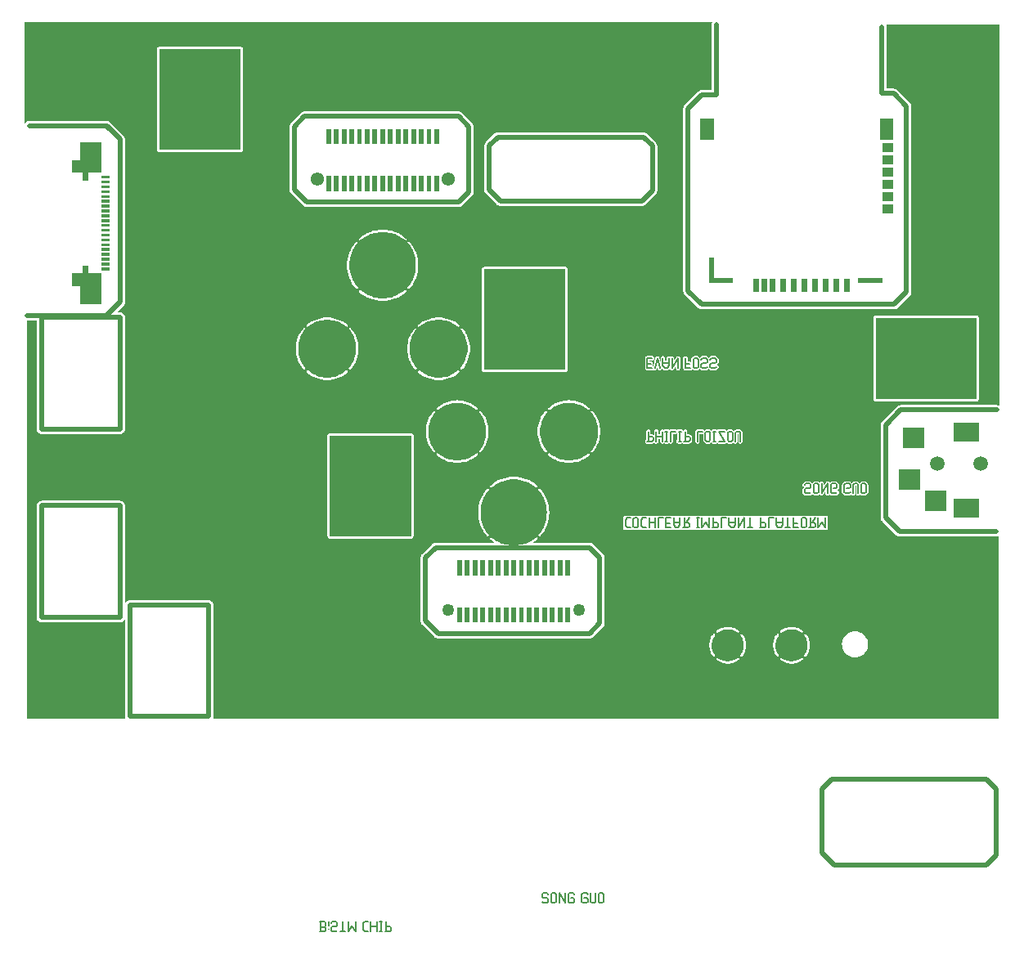
<source format=gbr>
G04 start of page 5 for group 3 idx 3 *
G04 Title: (unknown), 3GND *
G04 Creator: pcb 20110918 *
G04 CreationDate: Wed Jan  8 22:31:43 2014 UTC *
G04 For: fosse *
G04 Format: Gerber/RS-274X *
G04 PCB-Dimensions: 550000 850000 *
G04 PCB-Coordinate-Origin: lower left *
%MOIN*%
%FSLAX25Y25*%
%LNBOTTOM*%
%ADD84C,0.0433*%
%ADD83C,0.1150*%
%ADD82C,0.0945*%
%ADD81C,0.2100*%
%ADD80C,0.0354*%
%ADD79C,0.1160*%
%ADD78R,0.0197X0.0197*%
%ADD77R,0.0551X0.0551*%
%ADD76R,0.0551X0.0551*%
%ADD75R,0.0354X0.0354*%
%ADD74R,0.0866X0.0866*%
%ADD73R,0.0335X0.0335*%
%ADD72R,0.0118X0.0118*%
%ADD71R,0.0177X0.0177*%
%ADD70R,0.0197X0.0197*%
%ADD69R,0.0236X0.0236*%
%ADD68R,0.0236X0.0236*%
%ADD67R,0.0827X0.0827*%
%ADD66R,0.3307X0.3307*%
%ADD65R,0.0748X0.0748*%
%ADD64C,0.0200*%
%ADD63C,0.0591*%
%ADD62C,0.0544*%
%ADD61C,0.1300*%
%ADD60C,0.2350*%
%ADD59C,0.0494*%
%ADD58C,0.2700*%
%ADD57C,0.0060*%
%ADD56C,0.0001*%
G54D56*G36*
X408000Y596500D02*X436500D01*
X436814Y596519D01*
X437120Y596592D01*
X437411Y596712D01*
X437500Y596767D01*
Y522000D01*
X408000D01*
Y596500D01*
G37*
G36*
Y805000D02*X438000D01*
Y649733D01*
X437911Y649788D01*
X437620Y649908D01*
X437314Y649981D01*
X437000Y650000D01*
X408000D01*
Y651470D01*
X428630Y651474D01*
X428783Y651511D01*
X428928Y651571D01*
X429063Y651653D01*
X429182Y651756D01*
X429285Y651875D01*
X429367Y652010D01*
X429427Y652155D01*
X429464Y652308D01*
X429473Y652465D01*
X429464Y685692D01*
X429427Y685845D01*
X429367Y685990D01*
X429285Y686125D01*
X429182Y686244D01*
X429063Y686347D01*
X428928Y686429D01*
X428783Y686489D01*
X428630Y686526D01*
X428473Y686535D01*
X408000Y686530D01*
Y805000D01*
G37*
G36*
X379050Y689000D02*X394822D01*
X394900Y688994D01*
X395214Y689019D01*
X395214Y689019D01*
X395520Y689092D01*
X395811Y689212D01*
X396079Y689377D01*
X396319Y689581D01*
X396370Y689641D01*
X401359Y694630D01*
X401419Y694681D01*
X401623Y694921D01*
X401623Y694921D01*
X401788Y695189D01*
X401908Y695480D01*
X401981Y695786D01*
X402006Y696100D01*
X402000Y696178D01*
Y771822D01*
X402006Y771900D01*
X401981Y772214D01*
X401981Y772214D01*
X401908Y772520D01*
X401788Y772811D01*
X401623Y773079D01*
X401419Y773319D01*
X401359Y773370D01*
X396370Y778359D01*
X396319Y778419D01*
X396079Y778623D01*
X395811Y778788D01*
X395520Y778908D01*
X395214Y778981D01*
X395214Y778981D01*
X394900Y779006D01*
X394822Y779000D01*
X392000D01*
Y804000D01*
X391981Y804314D01*
X391908Y804620D01*
X391788Y804911D01*
X391733Y805000D01*
X408000D01*
Y686530D01*
X387371Y686526D01*
X387218Y686489D01*
X387073Y686429D01*
X386938Y686347D01*
X386819Y686244D01*
X386716Y686125D01*
X386634Y685990D01*
X386574Y685845D01*
X386537Y685692D01*
X386528Y685535D01*
X386537Y652308D01*
X386574Y652155D01*
X386634Y652010D01*
X386716Y651875D01*
X386819Y651756D01*
X386938Y651653D01*
X387073Y651571D01*
X387218Y651511D01*
X387371Y651474D01*
X387528Y651465D01*
X408000Y651470D01*
Y650000D01*
X397678D01*
X397600Y650006D01*
X397286Y649981D01*
X396980Y649908D01*
X396689Y649788D01*
X396421Y649623D01*
X396420Y649623D01*
X396181Y649419D01*
X396130Y649359D01*
X390141Y643370D01*
X390081Y643319D01*
X389877Y643079D01*
X389712Y642811D01*
X389592Y642520D01*
X389519Y642214D01*
X389494Y641900D01*
X389500Y641822D01*
Y604178D01*
X389494Y604100D01*
X389519Y603786D01*
X389592Y603480D01*
X389712Y603189D01*
X389877Y602921D01*
X389877Y602921D01*
X390081Y602681D01*
X390141Y602630D01*
X395630Y597141D01*
X395681Y597081D01*
X395921Y596877D01*
X395921Y596877D01*
X396189Y596712D01*
X396480Y596592D01*
X396786Y596519D01*
X397100Y596494D01*
X397178Y596500D01*
X408000D01*
Y522000D01*
X379050D01*
Y547176D01*
X379834Y547237D01*
X380647Y547432D01*
X381419Y547752D01*
X382132Y548189D01*
X382768Y548732D01*
X383311Y549368D01*
X383748Y550081D01*
X384068Y550853D01*
X384263Y551666D01*
X384312Y552500D01*
X384263Y553334D01*
X384068Y554147D01*
X383748Y554919D01*
X383311Y555632D01*
X382768Y556268D01*
X382132Y556811D01*
X381419Y557248D01*
X380647Y557568D01*
X379834Y557763D01*
X379050Y557824D01*
Y613501D01*
X379104Y613590D01*
X379159Y613721D01*
X379192Y613859D01*
X379200Y614000D01*
Y617100D01*
X379400D01*
Y614000D01*
X379408Y613859D01*
X379441Y613721D01*
X379496Y613590D01*
X379570Y613469D01*
X379662Y613362D01*
X379769Y613270D01*
X379890Y613196D01*
X380021Y613141D01*
X380159Y613108D01*
X380300Y613097D01*
X380441Y613108D01*
X380579Y613141D01*
X380710Y613196D01*
X380831Y613270D01*
X380938Y613362D01*
X381030Y613469D01*
X381104Y613590D01*
X381114Y613613D01*
X381339Y613388D01*
X381362Y613362D01*
X381469Y613270D01*
X381469Y613270D01*
X381590Y613196D01*
X381721Y613141D01*
X381859Y613108D01*
X382000Y613097D01*
X382035Y613100D01*
X382965D01*
X383000Y613097D01*
X383141Y613108D01*
X383141Y613108D01*
X383279Y613141D01*
X383410Y613196D01*
X383531Y613270D01*
X383638Y613362D01*
X383661Y613389D01*
X384111Y613839D01*
X384138Y613862D01*
X384230Y613969D01*
X384304Y614090D01*
X384359Y614221D01*
X384392Y614359D01*
X384403Y614500D01*
X384400Y614535D01*
Y617465D01*
X384403Y617500D01*
X384392Y617641D01*
X384392Y617641D01*
X384359Y617779D01*
X384304Y617910D01*
X384230Y618031D01*
X384138Y618138D01*
X384111Y618161D01*
X383661Y618611D01*
X383638Y618638D01*
X383531Y618730D01*
X383484Y618759D01*
X383410Y618804D01*
X383279Y618859D01*
X383141Y618892D01*
X383000Y618903D01*
X382965Y618900D01*
X382035D01*
X382000Y618903D01*
X381859Y618892D01*
X381721Y618859D01*
X381590Y618804D01*
X381469Y618730D01*
X381469Y618730D01*
X381362Y618638D01*
X381339Y618612D01*
X380900Y618173D01*
X380461Y618611D01*
X380438Y618638D01*
X380331Y618730D01*
X380284Y618759D01*
X380210Y618804D01*
X380079Y618859D01*
X379941Y618892D01*
X379800Y618903D01*
X379765Y618900D01*
X379050D01*
Y689000D01*
G37*
G36*
X365050D02*X379050D01*
Y618900D01*
X378835D01*
X378800Y618903D01*
X378659Y618892D01*
X378521Y618859D01*
X378390Y618804D01*
X378269Y618730D01*
X378269Y618730D01*
X378162Y618638D01*
X378139Y618612D01*
X377700Y618173D01*
X377261Y618611D01*
X377238Y618638D01*
X377131Y618730D01*
X377010Y618804D01*
X376879Y618859D01*
X376741Y618892D01*
X376741Y618892D01*
X376600Y618903D01*
X376565Y618900D01*
X375135D01*
X375100Y618903D01*
X374959Y618892D01*
X374821Y618859D01*
X374690Y618804D01*
X374569Y618730D01*
X374462Y618638D01*
X374439Y618611D01*
X373989Y618161D01*
X373962Y618138D01*
X373870Y618031D01*
X373796Y617910D01*
X373741Y617779D01*
X373708Y617641D01*
X373708Y617641D01*
X373697Y617500D01*
X373700Y617465D01*
Y614535D01*
X373697Y614500D01*
X373708Y614359D01*
Y614359D01*
X373741Y614221D01*
X373796Y614090D01*
X373870Y613969D01*
X373962Y613862D01*
X373989Y613839D01*
X374439Y613389D01*
X374462Y613362D01*
X374569Y613270D01*
X374690Y613196D01*
X374821Y613141D01*
X374959Y613108D01*
X374959D01*
X375100Y613097D01*
X375135Y613100D01*
X376565D01*
X376600Y613097D01*
X376741Y613108D01*
X376741Y613108D01*
X376879Y613141D01*
X377010Y613196D01*
X377131Y613270D01*
X377238Y613362D01*
X377261Y613389D01*
X377486Y613613D01*
X377496Y613590D01*
X377570Y613469D01*
X377662Y613362D01*
X377769Y613270D01*
X377890Y613196D01*
X378021Y613141D01*
X378159Y613108D01*
X378300Y613097D01*
X378441Y613108D01*
X378579Y613141D01*
X378710Y613196D01*
X378831Y613270D01*
X378938Y613362D01*
X379030Y613469D01*
X379050Y613501D01*
Y557824D01*
X379000Y557828D01*
X378166Y557763D01*
X377353Y557568D01*
X376581Y557248D01*
X375868Y556811D01*
X375232Y556268D01*
X374689Y555632D01*
X374252Y554919D01*
X373932Y554147D01*
X373737Y553334D01*
X373672Y552500D01*
X373737Y551666D01*
X373932Y550853D01*
X374252Y550081D01*
X374689Y549368D01*
X375232Y548732D01*
X375868Y548189D01*
X376581Y547752D01*
X377353Y547432D01*
X378166Y547237D01*
X379000Y547172D01*
X379050Y547176D01*
Y522000D01*
X365050D01*
Y599105D01*
X367394Y599106D01*
X367486Y599128D01*
X367573Y599164D01*
X367654Y599213D01*
X367726Y599274D01*
X367787Y599346D01*
X367836Y599427D01*
X367872Y599514D01*
X367895Y599606D01*
X367900Y599700D01*
X367895Y604394D01*
X367872Y604486D01*
X367836Y604573D01*
X367787Y604654D01*
X367726Y604726D01*
X367654Y604787D01*
X367573Y604836D01*
X367486Y604872D01*
X367394Y604894D01*
X367300Y604900D01*
X365050Y604900D01*
Y613168D01*
X365085Y613157D01*
X365121Y613141D01*
X365152Y613134D01*
X365182Y613124D01*
X365220Y613118D01*
X365259Y613108D01*
X365290Y613106D01*
X365321Y613101D01*
X365361Y613100D01*
X365400Y613097D01*
X365431Y613100D01*
X365463Y613099D01*
X365502Y613105D01*
X365541Y613108D01*
X365572Y613116D01*
X365603Y613120D01*
X365641Y613132D01*
X365679Y613141D01*
X365708Y613153D01*
X365738Y613163D01*
X365773Y613181D01*
X365810Y613196D01*
X365837Y613212D01*
X365865Y613226D01*
X365897Y613249D01*
X365931Y613270D01*
X365955Y613290D01*
X365980Y613308D01*
X366008Y613336D01*
X366038Y613362D01*
X366059Y613386D01*
X366081Y613408D01*
X366099Y613433D01*
X366130Y613469D01*
X366165Y613526D01*
X367000Y614862D01*
Y614000D01*
X367008Y613859D01*
X367041Y613721D01*
X367096Y613590D01*
X367170Y613469D01*
X367262Y613362D01*
X367369Y613270D01*
X367490Y613196D01*
X367621Y613141D01*
X367759Y613108D01*
X367900Y613097D01*
X368041Y613108D01*
X368179Y613141D01*
X368310Y613196D01*
X368431Y613270D01*
X368538Y613362D01*
X368630Y613469D01*
X368704Y613590D01*
X368714Y613613D01*
X368939Y613389D01*
X368962Y613362D01*
X369069Y613270D01*
X369190Y613196D01*
X369321Y613141D01*
X369459Y613108D01*
X369459D01*
X369600Y613097D01*
X369635Y613100D01*
X371065D01*
X371100Y613097D01*
X371241Y613108D01*
X371241Y613108D01*
X371379Y613141D01*
X371510Y613196D01*
X371631Y613270D01*
X371738Y613362D01*
X371761Y613389D01*
X372236Y613864D01*
X372330Y613969D01*
X372404Y614090D01*
X372459Y614221D01*
X372492Y614359D01*
X372503Y614500D01*
X372492Y614641D01*
X372459Y614779D01*
X372404Y614910D01*
X372330Y615031D01*
X372238Y615138D01*
X372131Y615230D01*
X372010Y615304D01*
X371879Y615359D01*
X371760Y615387D01*
X371761Y615389D01*
X372211Y615839D01*
X372238Y615862D01*
X372330Y615969D01*
X372330Y615969D01*
X372404Y616090D01*
X372459Y616221D01*
X372492Y616359D01*
X372503Y616500D01*
X372500Y616535D01*
Y617465D01*
X372503Y617500D01*
X372492Y617641D01*
X372459Y617779D01*
X372404Y617910D01*
X372359Y617984D01*
X372330Y618031D01*
X372238Y618138D01*
X372211Y618161D01*
X371761Y618611D01*
X371738Y618638D01*
X371631Y618730D01*
X371510Y618804D01*
X371379Y618859D01*
X371241Y618892D01*
X371241Y618892D01*
X371100Y618903D01*
X371065Y618900D01*
X369635D01*
X369600Y618903D01*
X369459Y618892D01*
X369321Y618859D01*
X369190Y618804D01*
X369069Y618730D01*
X368962Y618638D01*
X368939Y618611D01*
X368714Y618387D01*
X368704Y618410D01*
X368688Y618437D01*
X368674Y618465D01*
X368651Y618497D01*
X368630Y618531D01*
X368610Y618555D01*
X368592Y618580D01*
X368564Y618608D01*
X368538Y618638D01*
X368514Y618659D01*
X368492Y618681D01*
X368461Y618705D01*
X368431Y618730D01*
X368404Y618747D01*
X368378Y618766D01*
X368343Y618784D01*
X368310Y618804D01*
X368281Y618816D01*
X368253Y618831D01*
X368215Y618844D01*
X368179Y618859D01*
X368148Y618866D01*
X368118Y618876D01*
X368080Y618882D01*
X368041Y618892D01*
X368010Y618894D01*
X367979Y618899D01*
X367939Y618900D01*
X367900Y618903D01*
X367869Y618900D01*
X367837Y618901D01*
X367798Y618895D01*
X367759Y618892D01*
X367728Y618884D01*
X367697Y618880D01*
X367659Y618868D01*
X367621Y618859D01*
X367592Y618847D01*
X367562Y618837D01*
X367527Y618819D01*
X367490Y618804D01*
X367463Y618788D01*
X367435Y618774D01*
X367403Y618751D01*
X367369Y618730D01*
X367345Y618710D01*
X367320Y618692D01*
X367292Y618664D01*
X367262Y618638D01*
X367241Y618614D01*
X367219Y618592D01*
X367201Y618567D01*
X367170Y618531D01*
X367135Y618475D01*
X366300Y617138D01*
Y618000D01*
X366292Y618141D01*
X366259Y618279D01*
X366204Y618410D01*
X366130Y618531D01*
X366038Y618638D01*
X365931Y618730D01*
X365810Y618804D01*
X365679Y618859D01*
X365541Y618892D01*
X365400Y618903D01*
X365259Y618892D01*
X365121Y618859D01*
X365050Y618829D01*
Y689000D01*
G37*
G36*
X333412Y553658D02*X333501Y553277D01*
X333583Y552686D01*
X333610Y552090D01*
X333583Y551494D01*
X333501Y550903D01*
X333412Y550522D01*
Y553658D01*
G37*
G36*
X359412D02*X359501Y553277D01*
X359583Y552686D01*
X359610Y552090D01*
X359583Y551494D01*
X359501Y550903D01*
X359412Y550522D01*
Y553658D01*
G37*
G36*
Y599105D02*X365050Y599105D01*
Y522000D01*
X359412D01*
Y548023D01*
X359508Y548161D01*
X359841Y548764D01*
X360117Y549395D01*
X360335Y550049D01*
X360492Y550719D01*
X360586Y551402D01*
X360618Y552090D01*
X360586Y552778D01*
X360492Y553461D01*
X360335Y554131D01*
X360117Y554785D01*
X359841Y555416D01*
X359508Y556019D01*
X359412Y556160D01*
Y599105D01*
G37*
G36*
X353113Y599105D02*X359412Y599105D01*
Y556160D01*
X359121Y556589D01*
X359068Y556649D01*
X359007Y556700D01*
X358938Y556741D01*
X358864Y556770D01*
X358786Y556788D01*
X358707Y556793D01*
X358627Y556786D01*
X358550Y556766D01*
X358477Y556734D01*
X358409Y556692D01*
X358349Y556639D01*
X358299Y556578D01*
X358258Y556509D01*
X358228Y556435D01*
X358211Y556357D01*
X358206Y556277D01*
X358213Y556198D01*
X358233Y556121D01*
X358264Y556047D01*
X358308Y555981D01*
X358649Y555492D01*
X358937Y554970D01*
X359177Y554423D01*
X359365Y553857D01*
X359412Y553658D01*
Y550522D01*
X359365Y550323D01*
X359177Y549757D01*
X358937Y549210D01*
X358649Y548688D01*
X358314Y548195D01*
X358270Y548129D01*
X358239Y548057D01*
X358220Y547981D01*
X358213Y547903D01*
X358218Y547824D01*
X358235Y547747D01*
X358264Y547674D01*
X358304Y547606D01*
X358354Y547546D01*
X358413Y547494D01*
X358480Y547452D01*
X358552Y547421D01*
X358629Y547401D01*
X358707Y547394D01*
X358785Y547399D01*
X358862Y547416D01*
X358935Y547445D01*
X359003Y547485D01*
X359064Y547536D01*
X359114Y547596D01*
X359412Y548023D01*
Y522000D01*
X353113D01*
Y544582D01*
X353798Y544614D01*
X354481Y544708D01*
X355151Y544865D01*
X355805Y545083D01*
X356436Y545359D01*
X357039Y545692D01*
X357609Y546079D01*
X357669Y546132D01*
X357720Y546193D01*
X357761Y546262D01*
X357790Y546336D01*
X357808Y546414D01*
X357813Y546493D01*
X357806Y546573D01*
X357786Y546650D01*
X357754Y546723D01*
X357712Y546791D01*
X357659Y546851D01*
X357598Y546901D01*
X357529Y546942D01*
X357455Y546972D01*
X357377Y546989D01*
X357297Y546994D01*
X357218Y546987D01*
X357141Y546967D01*
X357067Y546936D01*
X357001Y546892D01*
X356512Y546551D01*
X355990Y546263D01*
X355443Y546023D01*
X354877Y545835D01*
X354297Y545699D01*
X353706Y545617D01*
X353113Y545590D01*
Y558590D01*
X353706Y558563D01*
X354297Y558481D01*
X354877Y558345D01*
X355443Y558157D01*
X355990Y557917D01*
X356512Y557629D01*
X357005Y557294D01*
X357071Y557250D01*
X357143Y557219D01*
X357219Y557200D01*
X357297Y557193D01*
X357376Y557198D01*
X357453Y557215D01*
X357526Y557244D01*
X357594Y557284D01*
X357654Y557334D01*
X357706Y557393D01*
X357748Y557460D01*
X357779Y557532D01*
X357799Y557609D01*
X357806Y557687D01*
X357801Y557765D01*
X357784Y557842D01*
X357755Y557915D01*
X357715Y557983D01*
X357664Y558044D01*
X357604Y558094D01*
X357039Y558488D01*
X356436Y558821D01*
X355805Y559097D01*
X355151Y559315D01*
X354481Y559472D01*
X353798Y559566D01*
X353113Y559598D01*
Y599105D01*
G37*
G36*
X346808Y599104D02*X353113Y599105D01*
Y559598D01*
X353110Y559598D01*
X352422Y559566D01*
X351739Y559472D01*
X351069Y559315D01*
X350415Y559097D01*
X349784Y558821D01*
X349181Y558488D01*
X348611Y558101D01*
X348551Y558048D01*
X348500Y557987D01*
X348459Y557918D01*
X348430Y557844D01*
X348412Y557766D01*
X348407Y557687D01*
X348414Y557607D01*
X348434Y557530D01*
X348466Y557457D01*
X348508Y557389D01*
X348561Y557329D01*
X348622Y557279D01*
X348691Y557238D01*
X348765Y557208D01*
X348843Y557191D01*
X348923Y557186D01*
X349002Y557193D01*
X349079Y557213D01*
X349153Y557244D01*
X349219Y557288D01*
X349708Y557629D01*
X350230Y557917D01*
X350777Y558157D01*
X351343Y558345D01*
X351923Y558481D01*
X352514Y558563D01*
X353110Y558590D01*
X353113Y558590D01*
Y545590D01*
X353110Y545590D01*
X352514Y545617D01*
X351923Y545699D01*
X351343Y545835D01*
X350777Y546023D01*
X350230Y546263D01*
X349708Y546551D01*
X349215Y546886D01*
X349149Y546930D01*
X349077Y546961D01*
X349001Y546980D01*
X348923Y546987D01*
X348844Y546982D01*
X348767Y546965D01*
X348694Y546936D01*
X348626Y546896D01*
X348566Y546846D01*
X348514Y546787D01*
X348472Y546720D01*
X348441Y546648D01*
X348421Y546571D01*
X348414Y546493D01*
X348419Y546415D01*
X348436Y546338D01*
X348465Y546265D01*
X348505Y546197D01*
X348556Y546136D01*
X348616Y546086D01*
X349181Y545692D01*
X349784Y545359D01*
X350415Y545083D01*
X351069Y544865D01*
X351739Y544708D01*
X352422Y544614D01*
X353110Y544582D01*
X353113Y544582D01*
Y522000D01*
X346808D01*
Y548020D01*
X347099Y547591D01*
X347152Y547531D01*
X347213Y547480D01*
X347282Y547439D01*
X347356Y547410D01*
X347434Y547392D01*
X347513Y547387D01*
X347593Y547394D01*
X347670Y547414D01*
X347743Y547446D01*
X347811Y547488D01*
X347871Y547541D01*
X347921Y547602D01*
X347962Y547671D01*
X347992Y547745D01*
X348009Y547823D01*
X348014Y547903D01*
X348007Y547982D01*
X347987Y548059D01*
X347956Y548133D01*
X347912Y548199D01*
X347571Y548688D01*
X347283Y549210D01*
X347043Y549757D01*
X346855Y550323D01*
X346808Y550522D01*
Y553658D01*
X346855Y553857D01*
X347043Y554423D01*
X347283Y554970D01*
X347571Y555492D01*
X347906Y555985D01*
X347950Y556051D01*
X347981Y556123D01*
X348000Y556199D01*
X348007Y556277D01*
X348002Y556356D01*
X347985Y556433D01*
X347956Y556506D01*
X347916Y556574D01*
X347866Y556634D01*
X347807Y556686D01*
X347740Y556728D01*
X347668Y556759D01*
X347591Y556779D01*
X347513Y556786D01*
X347435Y556781D01*
X347358Y556764D01*
X347285Y556735D01*
X347217Y556695D01*
X347156Y556644D01*
X347106Y556584D01*
X346808Y556157D01*
Y599104D01*
G37*
G36*
Y550522D02*X346719Y550903D01*
X346637Y551494D01*
X346610Y552090D01*
X346637Y552686D01*
X346719Y553277D01*
X346808Y553658D01*
Y550522D01*
G37*
G36*
X333412Y599103D02*X346808Y599104D01*
Y556157D01*
X346712Y556019D01*
X346379Y555416D01*
X346103Y554785D01*
X345885Y554131D01*
X345728Y553461D01*
X345634Y552778D01*
X345602Y552090D01*
X345634Y551402D01*
X345728Y550719D01*
X345885Y550049D01*
X346103Y549395D01*
X346379Y548764D01*
X346712Y548161D01*
X346808Y548020D01*
Y522000D01*
X333412D01*
Y548023D01*
X333508Y548161D01*
X333841Y548764D01*
X334117Y549395D01*
X334335Y550049D01*
X334492Y550719D01*
X334586Y551402D01*
X334618Y552090D01*
X334586Y552778D01*
X334492Y553461D01*
X334335Y554131D01*
X334117Y554785D01*
X333841Y555416D01*
X333508Y556019D01*
X333412Y556160D01*
Y599103D01*
G37*
G36*
X327113Y599103D02*X333412Y599103D01*
Y556160D01*
X333121Y556589D01*
X333068Y556649D01*
X333007Y556700D01*
X332938Y556741D01*
X332864Y556770D01*
X332786Y556788D01*
X332707Y556793D01*
X332627Y556786D01*
X332550Y556766D01*
X332477Y556734D01*
X332409Y556692D01*
X332349Y556639D01*
X332299Y556578D01*
X332258Y556509D01*
X332228Y556435D01*
X332211Y556357D01*
X332206Y556277D01*
X332213Y556198D01*
X332233Y556121D01*
X332264Y556047D01*
X332308Y555981D01*
X332649Y555492D01*
X332937Y554970D01*
X333177Y554423D01*
X333365Y553857D01*
X333412Y553658D01*
Y550522D01*
X333365Y550323D01*
X333177Y549757D01*
X332937Y549210D01*
X332649Y548688D01*
X332314Y548195D01*
X332270Y548129D01*
X332239Y548057D01*
X332220Y547981D01*
X332213Y547903D01*
X332218Y547824D01*
X332235Y547747D01*
X332264Y547674D01*
X332304Y547606D01*
X332354Y547546D01*
X332413Y547494D01*
X332480Y547452D01*
X332552Y547421D01*
X332629Y547401D01*
X332707Y547394D01*
X332785Y547399D01*
X332862Y547416D01*
X332935Y547445D01*
X333003Y547485D01*
X333064Y547536D01*
X333114Y547596D01*
X333412Y548023D01*
Y522000D01*
X327113D01*
Y544582D01*
X327798Y544614D01*
X328481Y544708D01*
X329151Y544865D01*
X329805Y545083D01*
X330436Y545359D01*
X331039Y545692D01*
X331609Y546079D01*
X331669Y546132D01*
X331720Y546193D01*
X331761Y546262D01*
X331790Y546336D01*
X331808Y546414D01*
X331813Y546493D01*
X331806Y546573D01*
X331786Y546650D01*
X331754Y546723D01*
X331712Y546791D01*
X331659Y546851D01*
X331598Y546901D01*
X331529Y546942D01*
X331455Y546972D01*
X331377Y546989D01*
X331297Y546994D01*
X331218Y546987D01*
X331141Y546967D01*
X331067Y546936D01*
X331001Y546892D01*
X330512Y546551D01*
X329990Y546263D01*
X329443Y546023D01*
X328877Y545835D01*
X328297Y545699D01*
X327706Y545617D01*
X327113Y545590D01*
Y558590D01*
X327706Y558563D01*
X328297Y558481D01*
X328877Y558345D01*
X329443Y558157D01*
X329990Y557917D01*
X330512Y557629D01*
X331005Y557294D01*
X331071Y557250D01*
X331143Y557219D01*
X331219Y557200D01*
X331297Y557193D01*
X331376Y557198D01*
X331453Y557215D01*
X331526Y557244D01*
X331594Y557284D01*
X331654Y557334D01*
X331706Y557393D01*
X331748Y557460D01*
X331779Y557532D01*
X331799Y557609D01*
X331806Y557687D01*
X331801Y557765D01*
X331784Y557842D01*
X331755Y557915D01*
X331715Y557983D01*
X331664Y558044D01*
X331604Y558094D01*
X331039Y558488D01*
X330436Y558821D01*
X329805Y559097D01*
X329151Y559315D01*
X328481Y559472D01*
X327798Y559566D01*
X327113Y559598D01*
Y599103D01*
G37*
G36*
X320808Y599102D02*X327113Y599103D01*
Y559598D01*
X327110Y559598D01*
X326422Y559566D01*
X325739Y559472D01*
X325069Y559315D01*
X324415Y559097D01*
X323784Y558821D01*
X323181Y558488D01*
X322611Y558101D01*
X322551Y558048D01*
X322500Y557987D01*
X322459Y557918D01*
X322430Y557844D01*
X322412Y557766D01*
X322407Y557687D01*
X322414Y557607D01*
X322434Y557530D01*
X322466Y557457D01*
X322508Y557389D01*
X322561Y557329D01*
X322622Y557279D01*
X322691Y557238D01*
X322765Y557208D01*
X322843Y557191D01*
X322923Y557186D01*
X323002Y557193D01*
X323079Y557213D01*
X323153Y557244D01*
X323219Y557288D01*
X323708Y557629D01*
X324230Y557917D01*
X324777Y558157D01*
X325343Y558345D01*
X325923Y558481D01*
X326514Y558563D01*
X327110Y558590D01*
X327113Y558590D01*
Y545590D01*
X327110Y545590D01*
X326514Y545617D01*
X325923Y545699D01*
X325343Y545835D01*
X324777Y546023D01*
X324230Y546263D01*
X323708Y546551D01*
X323215Y546886D01*
X323149Y546930D01*
X323077Y546961D01*
X323001Y546980D01*
X322923Y546987D01*
X322844Y546982D01*
X322767Y546965D01*
X322694Y546936D01*
X322626Y546896D01*
X322566Y546846D01*
X322514Y546787D01*
X322472Y546720D01*
X322441Y546648D01*
X322421Y546571D01*
X322414Y546493D01*
X322419Y546415D01*
X322436Y546338D01*
X322465Y546265D01*
X322505Y546197D01*
X322556Y546136D01*
X322616Y546086D01*
X323181Y545692D01*
X323784Y545359D01*
X324415Y545083D01*
X325069Y544865D01*
X325739Y544708D01*
X326422Y544614D01*
X327110Y544582D01*
X327113Y544582D01*
Y522000D01*
X320808D01*
Y548020D01*
X321099Y547591D01*
X321152Y547531D01*
X321213Y547480D01*
X321282Y547439D01*
X321356Y547410D01*
X321434Y547392D01*
X321513Y547387D01*
X321593Y547394D01*
X321670Y547414D01*
X321743Y547446D01*
X321811Y547488D01*
X321871Y547541D01*
X321921Y547602D01*
X321962Y547671D01*
X321992Y547745D01*
X322009Y547823D01*
X322014Y547903D01*
X322007Y547982D01*
X321987Y548059D01*
X321956Y548133D01*
X321912Y548199D01*
X321571Y548688D01*
X321283Y549210D01*
X321043Y549757D01*
X320855Y550323D01*
X320808Y550522D01*
Y553658D01*
X320855Y553857D01*
X321043Y554423D01*
X321283Y554970D01*
X321571Y555492D01*
X321906Y555985D01*
X321950Y556051D01*
X321981Y556123D01*
X322000Y556199D01*
X322007Y556277D01*
X322002Y556356D01*
X321985Y556433D01*
X321956Y556506D01*
X321916Y556574D01*
X321866Y556634D01*
X321807Y556686D01*
X321740Y556728D01*
X321668Y556759D01*
X321591Y556779D01*
X321513Y556786D01*
X321435Y556781D01*
X321358Y556764D01*
X321285Y556735D01*
X321217Y556695D01*
X321156Y556644D01*
X321106Y556584D01*
X320808Y556157D01*
Y599102D01*
G37*
G36*
Y550522D02*X320719Y550903D01*
X320637Y551494D01*
X320610Y552090D01*
X320637Y552686D01*
X320719Y553277D01*
X320808Y553658D01*
Y550522D01*
G37*
G36*
X300599Y599101D02*X320808Y599102D01*
Y556157D01*
X320712Y556019D01*
X320379Y555416D01*
X320103Y554785D01*
X319885Y554131D01*
X319728Y553461D01*
X319634Y552778D01*
X319602Y552090D01*
X319634Y551402D01*
X319728Y550719D01*
X319885Y550049D01*
X320103Y549395D01*
X320379Y548764D01*
X320712Y548161D01*
X320808Y548020D01*
Y522000D01*
X300599D01*
Y599101D01*
G37*
G36*
X316200Y689039D02*X316286Y689019D01*
X316600Y688994D01*
X316678Y689000D01*
X365050D01*
Y618829D01*
X364990Y618804D01*
X364869Y618730D01*
X364762Y618638D01*
X364670Y618531D01*
X364596Y618410D01*
X364586Y618387D01*
X364361Y618611D01*
X364338Y618638D01*
X364231Y618730D01*
X364184Y618759D01*
X364110Y618804D01*
X363979Y618859D01*
X363841Y618892D01*
X363700Y618903D01*
X363665Y618900D01*
X362735D01*
X362700Y618903D01*
X362559Y618892D01*
X362421Y618859D01*
X362290Y618804D01*
X362169Y618730D01*
X362169Y618730D01*
X362062Y618638D01*
X362039Y618612D01*
X361600Y618173D01*
X361161Y618611D01*
X361138Y618638D01*
X361031Y618730D01*
X360910Y618804D01*
X360779Y618859D01*
X360641Y618892D01*
X360641Y618892D01*
X360500Y618903D01*
X360465Y618900D01*
X359035D01*
X359000Y618903D01*
X358859Y618892D01*
X358721Y618859D01*
X358590Y618804D01*
X358469Y618730D01*
X358362Y618638D01*
X358339Y618611D01*
X357864Y618136D01*
X357770Y618031D01*
X357696Y617910D01*
X357641Y617779D01*
X357608Y617641D01*
X357597Y617500D01*
X357608Y617359D01*
X357641Y617221D01*
X357696Y617090D01*
X357770Y616969D01*
X357862Y616862D01*
X357969Y616770D01*
X358090Y616696D01*
X358221Y616641D01*
X358340Y616613D01*
X358339Y616612D01*
X357889Y616161D01*
X357862Y616138D01*
X357770Y616031D01*
X357696Y615910D01*
X357641Y615779D01*
X357608Y615641D01*
X357608Y615641D01*
X357597Y615500D01*
X357600Y615465D01*
Y614535D01*
X357597Y614500D01*
X357608Y614359D01*
X357641Y614221D01*
X357696Y614090D01*
X357770Y613969D01*
X357770Y613969D01*
X357862Y613862D01*
X357888Y613839D01*
X358339Y613389D01*
X358362Y613362D01*
X358469Y613270D01*
X358590Y613196D01*
X358721Y613141D01*
X358859Y613108D01*
X358859D01*
X359000Y613097D01*
X359035Y613100D01*
X360465D01*
X360500Y613097D01*
X360641Y613108D01*
X360641Y613108D01*
X360779Y613141D01*
X360910Y613196D01*
X361031Y613270D01*
X361138Y613362D01*
X361161Y613389D01*
X361600Y613827D01*
X362039Y613388D01*
X362062Y613362D01*
X362169Y613270D01*
X362169Y613270D01*
X362290Y613196D01*
X362421Y613141D01*
X362559Y613108D01*
X362700Y613097D01*
X362735Y613100D01*
X363665D01*
X363700Y613097D01*
X363841Y613108D01*
X363841Y613108D01*
X363979Y613141D01*
X364110Y613196D01*
X364231Y613270D01*
X364338Y613362D01*
X364361Y613389D01*
X364586Y613613D01*
X364596Y613590D01*
X364612Y613563D01*
X364626Y613535D01*
X364649Y613503D01*
X364670Y613469D01*
X364690Y613445D01*
X364708Y613420D01*
X364736Y613392D01*
X364762Y613362D01*
X364786Y613341D01*
X364808Y613319D01*
X364839Y613295D01*
X364869Y613270D01*
X364896Y613253D01*
X364922Y613234D01*
X364957Y613216D01*
X364990Y613196D01*
X365019Y613184D01*
X365047Y613169D01*
X365050Y613168D01*
Y604900D01*
X316200Y604897D01*
Y638300D01*
X316800D01*
X316941Y638308D01*
X317079Y638341D01*
X317100Y638350D01*
Y635735D01*
X317097Y635700D01*
X317108Y635559D01*
Y635559D01*
X317141Y635421D01*
X317196Y635290D01*
X317270Y635169D01*
X317362Y635062D01*
X317389Y635039D01*
X317839Y634588D01*
X317862Y634562D01*
X317969Y634470D01*
X317969Y634470D01*
X318090Y634396D01*
X318221Y634341D01*
X318359Y634308D01*
X318500Y634297D01*
X318535Y634300D01*
X319465D01*
X319500Y634297D01*
X319641Y634308D01*
X319641Y634308D01*
X319779Y634341D01*
X319910Y634396D01*
X320031Y634470D01*
X320138Y634562D01*
X320161Y634589D01*
X320386Y634813D01*
X320396Y634790D01*
X320470Y634669D01*
X320562Y634562D01*
X320669Y634470D01*
X320790Y634396D01*
X320921Y634341D01*
X321059Y634308D01*
X321200Y634300D01*
X321665D01*
X321700Y634297D01*
X321735Y634300D01*
X322200D01*
X322341Y634308D01*
X322479Y634341D01*
X322610Y634396D01*
X322731Y634470D01*
X322800Y634529D01*
X322869Y634470D01*
X322990Y634396D01*
X323121Y634341D01*
X323259Y634308D01*
X323400Y634300D01*
X325833D01*
X325837Y634299D01*
X325979Y634301D01*
X326015Y634307D01*
X326041Y634308D01*
X326080Y634318D01*
X326118Y634324D01*
X326148Y634334D01*
X326179Y634341D01*
X326215Y634357D01*
X326253Y634369D01*
X326281Y634384D01*
X326310Y634396D01*
X326344Y634416D01*
X326378Y634434D01*
X326404Y634453D01*
X326431Y634470D01*
X326461Y634495D01*
X326492Y634519D01*
X326514Y634541D01*
X326538Y634562D01*
X326564Y634592D01*
X326592Y634620D01*
X326610Y634645D01*
X326630Y634669D01*
X326651Y634703D01*
X326674Y634735D01*
X326688Y634763D01*
X326704Y634790D01*
X326714Y634813D01*
X326939Y634588D01*
X326962Y634562D01*
X327069Y634470D01*
X327069Y634470D01*
X327190Y634396D01*
X327321Y634341D01*
X327459Y634308D01*
X327600Y634297D01*
X327635Y634300D01*
X328565D01*
X328600Y634297D01*
X328741Y634308D01*
X328741Y634308D01*
X328879Y634341D01*
X329010Y634396D01*
X329131Y634470D01*
X329238Y634562D01*
X329261Y634589D01*
X329486Y634813D01*
X329496Y634790D01*
X329570Y634669D01*
X329662Y634562D01*
X329769Y634470D01*
X329890Y634396D01*
X330021Y634341D01*
X330159Y634308D01*
X330300Y634297D01*
X330441Y634308D01*
X330579Y634341D01*
X330710Y634396D01*
X330831Y634470D01*
X330938Y634562D01*
X331030Y634669D01*
X331104Y634790D01*
X331159Y634921D01*
X331192Y635059D01*
X331200Y635200D01*
Y638300D01*
X331400D01*
Y635200D01*
X331408Y635059D01*
X331441Y634921D01*
X331496Y634790D01*
X331570Y634669D01*
X331662Y634562D01*
X331769Y634470D01*
X331890Y634396D01*
X332021Y634341D01*
X332159Y634308D01*
X332300Y634297D01*
X332441Y634308D01*
X332579Y634341D01*
X332710Y634396D01*
X332831Y634470D01*
X332938Y634562D01*
X333030Y634669D01*
X333104Y634790D01*
X333159Y634921D01*
X333192Y635059D01*
X333200Y635200D01*
Y638665D01*
X333203Y638700D01*
X333192Y638841D01*
X333192Y638841D01*
X333159Y638979D01*
X333104Y639110D01*
X333030Y639231D01*
X332938Y639338D01*
X332911Y639361D01*
X332461Y639811D01*
X332438Y639838D01*
X332331Y639930D01*
X332284Y639959D01*
X332210Y640004D01*
X332079Y640059D01*
X331941Y640092D01*
X331800Y640103D01*
X331765Y640100D01*
X330835D01*
X330800Y640103D01*
X330659Y640092D01*
X330521Y640059D01*
X330390Y640004D01*
X330269Y639930D01*
X330269Y639930D01*
X330162Y639838D01*
X330139Y639812D01*
X329700Y639373D01*
X329261Y639811D01*
X329238Y639838D01*
X329131Y639930D01*
X329084Y639959D01*
X329010Y640004D01*
X328879Y640059D01*
X328741Y640092D01*
X328600Y640103D01*
X328565Y640100D01*
X327635D01*
X327600Y640103D01*
X327459Y640092D01*
X327321Y640059D01*
X327190Y640004D01*
X327069Y639930D01*
X327069Y639930D01*
X326962Y639838D01*
X326939Y639812D01*
X326714Y639587D01*
X326704Y639610D01*
X326630Y639731D01*
X326538Y639838D01*
X326431Y639930D01*
X326310Y640004D01*
X326179Y640059D01*
X326041Y640092D01*
X325900Y640100D01*
X323467D01*
X323463Y640101D01*
X323321Y640099D01*
X323284Y640093D01*
X323259Y640092D01*
X323220Y640082D01*
X323182Y640076D01*
X323152Y640066D01*
X323121Y640059D01*
X323085Y640044D01*
X323047Y640031D01*
X323019Y640016D01*
X322990Y640004D01*
X322957Y639984D01*
X322922Y639966D01*
X322896Y639947D01*
X322869Y639930D01*
X322839Y639905D01*
X322808Y639881D01*
X322799Y639872D01*
X322731Y639930D01*
X322610Y640004D01*
X322479Y640059D01*
X322341Y640092D01*
X322200Y640100D01*
X321735D01*
X321700Y640103D01*
X321665Y640100D01*
X321200D01*
X321059Y640092D01*
X320921Y640059D01*
X320790Y640004D01*
X320669Y639930D01*
X320562Y639838D01*
X320470Y639731D01*
X320396Y639610D01*
X320386Y639587D01*
X320161Y639811D01*
X320138Y639838D01*
X320031Y639930D01*
X319984Y639959D01*
X319910Y640004D01*
X319779Y640059D01*
X319641Y640092D01*
X319500Y640103D01*
X319465Y640100D01*
X318535D01*
X318500Y640103D01*
X318359Y640092D01*
X318221Y640059D01*
X318090Y640004D01*
X317969Y639930D01*
X317969Y639930D01*
X317862Y639838D01*
X317839Y639812D01*
X317614Y639587D01*
X317604Y639610D01*
X317530Y639731D01*
X317438Y639838D01*
X317331Y639930D01*
X317210Y640004D01*
X317079Y640059D01*
X316941Y640092D01*
X316800Y640100D01*
X316200D01*
Y664429D01*
X316269Y664370D01*
X316390Y664296D01*
X316521Y664241D01*
X316659Y664208D01*
X316659D01*
X316800Y664197D01*
X316835Y664200D01*
X318265D01*
X318300Y664197D01*
X318441Y664208D01*
X318441Y664208D01*
X318579Y664241D01*
X318710Y664296D01*
X318831Y664370D01*
X318938Y664462D01*
X318961Y664489D01*
X319400Y664927D01*
X319839Y664489D01*
X319862Y664462D01*
X319969Y664370D01*
X320090Y664296D01*
X320221Y664241D01*
X320359Y664208D01*
X320359D01*
X320500Y664197D01*
X320535Y664200D01*
X321965D01*
X322000Y664197D01*
X322141Y664208D01*
X322141Y664208D01*
X322279Y664241D01*
X322410Y664296D01*
X322531Y664370D01*
X322638Y664462D01*
X322661Y664489D01*
X323136Y664964D01*
X323230Y665069D01*
X323304Y665190D01*
X323359Y665321D01*
X323392Y665459D01*
X323403Y665600D01*
X323392Y665741D01*
X323359Y665879D01*
X323304Y666010D01*
X323230Y666131D01*
X323138Y666238D01*
X323031Y666330D01*
X322910Y666404D01*
X322779Y666459D01*
X322660Y666487D01*
X322661Y666489D01*
X323111Y666939D01*
X323138Y666962D01*
X323230Y667069D01*
X323230Y667069D01*
X323304Y667190D01*
X323359Y667321D01*
X323392Y667459D01*
X323403Y667600D01*
X323400Y667635D01*
Y668565D01*
X323403Y668600D01*
X323392Y668741D01*
X323359Y668879D01*
X323304Y669010D01*
X323259Y669084D01*
X323230Y669131D01*
X323138Y669238D01*
X323111Y669261D01*
X322661Y669711D01*
X322638Y669738D01*
X322531Y669830D01*
X322410Y669904D01*
X322279Y669959D01*
X322141Y669992D01*
X322141Y669992D01*
X322000Y670003D01*
X321965Y670000D01*
X320535D01*
X320500Y670003D01*
X320359Y669992D01*
X320221Y669959D01*
X320090Y669904D01*
X319969Y669830D01*
X319862Y669738D01*
X319839Y669711D01*
X319400Y669273D01*
X318961Y669711D01*
X318938Y669738D01*
X318831Y669830D01*
X318710Y669904D01*
X318579Y669959D01*
X318441Y669992D01*
X318441Y669992D01*
X318300Y670003D01*
X318265Y670000D01*
X316835D01*
X316800Y670003D01*
X316659Y669992D01*
X316521Y669959D01*
X316390Y669904D01*
X316269Y669830D01*
X316200Y669771D01*
Y689039D01*
G37*
G36*
Y806000D02*X320767D01*
X320712Y805911D01*
X320592Y805620D01*
X320519Y805314D01*
X320500Y805000D01*
Y778500D01*
X316678D01*
X316600Y778506D01*
X316286Y778481D01*
X316200Y778461D01*
Y806000D01*
G37*
G36*
X300599D02*X316200D01*
Y778461D01*
X315980Y778408D01*
X315689Y778288D01*
X315421Y778123D01*
X315420Y778123D01*
X315181Y777919D01*
X315130Y777859D01*
X309641Y772370D01*
X309581Y772319D01*
X309377Y772079D01*
X309212Y771811D01*
X309092Y771520D01*
X309019Y771214D01*
X309019Y771214D01*
X308994Y770900D01*
X309000Y770822D01*
Y696678D01*
X308994Y696600D01*
X309019Y696286D01*
X309074Y696054D01*
X309092Y695980D01*
X309127Y695895D01*
X309212Y695689D01*
X309377Y695421D01*
X309377Y695421D01*
X309581Y695181D01*
X309641Y695130D01*
X315130Y689641D01*
X315181Y689581D01*
X315421Y689377D01*
X315421Y689377D01*
X315689Y689212D01*
X315895Y689127D01*
X315980Y689092D01*
X316054Y689074D01*
X316200Y689039D01*
Y669771D01*
X316162Y669738D01*
X316139Y669711D01*
X315700Y669273D01*
X315261Y669711D01*
X315238Y669738D01*
X315131Y669830D01*
X315084Y669859D01*
X315010Y669904D01*
X314879Y669959D01*
X314741Y669992D01*
X314600Y670003D01*
X314565Y670000D01*
X313635D01*
X313600Y670003D01*
X313459Y669992D01*
X313321Y669959D01*
X313190Y669904D01*
X313069Y669830D01*
X313069Y669830D01*
X312962Y669738D01*
X312939Y669712D01*
X312489Y669261D01*
X312462Y669238D01*
X312370Y669131D01*
X312296Y669010D01*
X312241Y668879D01*
X312208Y668741D01*
X312208Y668741D01*
X312197Y668600D01*
X312200Y668565D01*
Y667317D01*
X312130Y667431D01*
X312038Y667538D01*
X311931Y667630D01*
X311810Y667704D01*
X311679Y667759D01*
X311541Y667792D01*
X311400Y667800D01*
X310800D01*
Y669100D01*
X310792Y669241D01*
X310759Y669379D01*
X310704Y669510D01*
X310630Y669631D01*
X310538Y669738D01*
X310431Y669830D01*
X310310Y669904D01*
X310179Y669959D01*
X310041Y669992D01*
X309900Y670003D01*
X309759Y669992D01*
X309621Y669959D01*
X309490Y669904D01*
X309369Y669830D01*
X309262Y669738D01*
X309170Y669631D01*
X309096Y669510D01*
X309041Y669379D01*
X309008Y669241D01*
X309000Y669100D01*
Y666935D01*
X308997Y666900D01*
X309000Y666865D01*
Y665135D01*
X308997Y665100D01*
X309008Y664959D01*
X309041Y664821D01*
X309096Y664690D01*
X309170Y664569D01*
X309262Y664462D01*
X309369Y664370D01*
X309490Y664296D01*
X309621Y664241D01*
X309759Y664208D01*
X309900Y664197D01*
X309935Y664200D01*
X311900D01*
X312041Y664208D01*
X312179Y664241D01*
X312310Y664296D01*
X312431Y664370D01*
X312538Y664462D01*
X312630Y664569D01*
X312704Y664690D01*
X312714Y664713D01*
X312939Y664488D01*
X312962Y664462D01*
X313069Y664370D01*
X313069Y664370D01*
X313190Y664296D01*
X313321Y664241D01*
X313459Y664208D01*
X313600Y664197D01*
X313635Y664200D01*
X314565D01*
X314600Y664197D01*
X314741Y664208D01*
X314741Y664208D01*
X314879Y664241D01*
X315010Y664296D01*
X315131Y664370D01*
X315238Y664462D01*
X315261Y664489D01*
X315700Y664927D01*
X316139Y664489D01*
X316162Y664462D01*
X316200Y664429D01*
Y640100D01*
X314835D01*
X314800Y640103D01*
X314659Y640092D01*
X314521Y640059D01*
X314390Y640004D01*
X314269Y639930D01*
X314162Y639838D01*
X314070Y639731D01*
X313996Y639610D01*
X313941Y639479D01*
X313908Y639341D01*
X313908Y639341D01*
X313897Y639200D01*
X313900Y639165D01*
Y635200D01*
X313908Y635059D01*
X313941Y634921D01*
X313996Y634790D01*
X314070Y634669D01*
X314162Y634562D01*
X314269Y634470D01*
X314390Y634396D01*
X314521Y634341D01*
X314659Y634308D01*
X314800Y634297D01*
X314941Y634308D01*
X315079Y634341D01*
X315210Y634396D01*
X315331Y634470D01*
X315438Y634562D01*
X315530Y634669D01*
X315604Y634790D01*
X315659Y634921D01*
X315692Y635059D01*
X315700Y635200D01*
Y638300D01*
X316200D01*
Y604897D01*
X300599Y604895D01*
Y634305D01*
X300641Y634308D01*
X300779Y634341D01*
X300910Y634396D01*
X301031Y634470D01*
X301100Y634529D01*
X301169Y634470D01*
X301290Y634396D01*
X301421Y634341D01*
X301559Y634308D01*
X301700Y634300D01*
X302165D01*
X302200Y634297D01*
X302235Y634300D01*
X302700D01*
X302841Y634308D01*
X302979Y634341D01*
X303110Y634396D01*
X303231Y634470D01*
X303300Y634529D01*
X303369Y634470D01*
X303490Y634396D01*
X303621Y634341D01*
X303759Y634308D01*
X303900Y634297D01*
X304041Y634308D01*
X304179Y634341D01*
X304310Y634396D01*
X304431Y634470D01*
X304538Y634562D01*
X304630Y634669D01*
X304704Y634790D01*
X304759Y634921D01*
X304792Y635059D01*
X304800Y635200D01*
Y638300D01*
X305900D01*
X306041Y638308D01*
X306179Y638341D01*
X306310Y638396D01*
X306431Y638470D01*
X306500Y638529D01*
X306569Y638470D01*
X306690Y638396D01*
X306700Y638392D01*
Y636008D01*
X306690Y636004D01*
X306569Y635930D01*
X306462Y635838D01*
X306370Y635731D01*
X306296Y635610D01*
X306241Y635479D01*
X306208Y635341D01*
X306197Y635200D01*
X306208Y635059D01*
X306241Y634921D01*
X306296Y634790D01*
X306370Y634669D01*
X306462Y634562D01*
X306569Y634470D01*
X306690Y634396D01*
X306821Y634341D01*
X306959Y634308D01*
X307100Y634300D01*
X307565D01*
X307600Y634297D01*
X307635Y634300D01*
X308100D01*
X308241Y634308D01*
X308379Y634341D01*
X308510Y634396D01*
X308631Y634470D01*
X308700Y634529D01*
X308769Y634470D01*
X308890Y634396D01*
X309021Y634341D01*
X309159Y634308D01*
X309300Y634300D01*
X309765D01*
X309800Y634297D01*
X309835Y634300D01*
X311265D01*
X311300Y634297D01*
X311441Y634308D01*
X311441Y634308D01*
X311579Y634341D01*
X311710Y634396D01*
X311831Y634470D01*
X311938Y634562D01*
X311961Y634589D01*
X312411Y635039D01*
X312438Y635062D01*
X312530Y635169D01*
X312530Y635169D01*
X312604Y635290D01*
X312659Y635421D01*
X312692Y635559D01*
X312703Y635700D01*
X312700Y635735D01*
Y636665D01*
X312703Y636700D01*
X312692Y636841D01*
X312659Y636979D01*
X312604Y637110D01*
X312559Y637184D01*
X312530Y637231D01*
X312438Y637338D01*
X312411Y637361D01*
X311961Y637811D01*
X311938Y637838D01*
X311831Y637930D01*
X311710Y638004D01*
X311579Y638059D01*
X311441Y638092D01*
X311441Y638092D01*
X311300Y638103D01*
X311265Y638100D01*
X310700D01*
Y639200D01*
X310692Y639341D01*
X310659Y639479D01*
X310604Y639610D01*
X310530Y639731D01*
X310438Y639838D01*
X310331Y639930D01*
X310210Y640004D01*
X310079Y640059D01*
X309941Y640092D01*
X309800Y640103D01*
X309659Y640092D01*
X309521Y640059D01*
X309390Y640004D01*
X309269Y639930D01*
X309162Y639838D01*
X309070Y639731D01*
X308996Y639610D01*
X308950Y639500D01*
X308904Y639610D01*
X308830Y639731D01*
X308738Y639838D01*
X308631Y639930D01*
X308510Y640004D01*
X308379Y640059D01*
X308241Y640092D01*
X308100Y640100D01*
X307635D01*
X307600Y640103D01*
X307565Y640100D01*
X307100D01*
X306959Y640092D01*
X306821Y640059D01*
X306690Y640004D01*
X306569Y639930D01*
X306500Y639871D01*
X306431Y639930D01*
X306310Y640004D01*
X306179Y640059D01*
X306041Y640092D01*
X305900Y640100D01*
X303935D01*
X303900Y640103D01*
X303759Y640092D01*
X303621Y640059D01*
X303490Y640004D01*
X303369Y639930D01*
X303300Y639871D01*
X303231Y639930D01*
X303110Y640004D01*
X302979Y640059D01*
X302841Y640092D01*
X302700Y640100D01*
X302235D01*
X302200Y640103D01*
X302165Y640100D01*
X301700D01*
X301559Y640092D01*
X301421Y640059D01*
X301290Y640004D01*
X301169Y639930D01*
X301100Y639871D01*
X301031Y639930D01*
X300910Y640004D01*
X300779Y640059D01*
X300641Y640092D01*
X300599Y640095D01*
Y664675D01*
X300647Y664606D01*
X300670Y664569D01*
X300732Y664496D01*
X300751Y664473D01*
X300757Y664468D01*
X300762Y664462D01*
X300809Y664421D01*
X300857Y664379D01*
X300863Y664375D01*
X300869Y664370D01*
X300923Y664337D01*
X300976Y664303D01*
X300983Y664300D01*
X300990Y664296D01*
X301048Y664272D01*
X301106Y664246D01*
X301114Y664244D01*
X301121Y664241D01*
X301182Y664227D01*
X301243Y664211D01*
X301251Y664210D01*
X301259Y664208D01*
X301288Y664207D01*
X301384Y664197D01*
X301427Y664200D01*
X302473D01*
X302516Y664197D01*
X302611Y664207D01*
X302641Y664208D01*
X302649Y664210D01*
X302657Y664211D01*
X302718Y664227D01*
X302779Y664241D01*
X302786Y664244D01*
X302794Y664246D01*
X302852Y664272D01*
X302910Y664296D01*
X302917Y664300D01*
X302924Y664303D01*
X302977Y664337D01*
X303031Y664370D01*
X303037Y664375D01*
X303043Y664379D01*
X303090Y664421D01*
X303138Y664462D01*
X303144Y664468D01*
X303149Y664473D01*
X303168Y664496D01*
X303230Y664569D01*
X303253Y664606D01*
X303508Y664970D01*
X303508Y664959D01*
X303516Y664928D01*
X303520Y664897D01*
X303532Y664859D01*
X303541Y664821D01*
X303553Y664792D01*
X303563Y664762D01*
X303581Y664727D01*
X303596Y664690D01*
X303612Y664663D01*
X303626Y664635D01*
X303649Y664603D01*
X303670Y664569D01*
X303690Y664545D01*
X303708Y664520D01*
X303736Y664492D01*
X303762Y664462D01*
X303786Y664441D01*
X303808Y664419D01*
X303839Y664395D01*
X303869Y664370D01*
X303896Y664353D01*
X303922Y664334D01*
X303957Y664316D01*
X303990Y664296D01*
X304019Y664284D01*
X304047Y664269D01*
X304085Y664257D01*
X304121Y664241D01*
X304152Y664234D01*
X304182Y664224D01*
X304220Y664218D01*
X304259Y664208D01*
X304290Y664206D01*
X304321Y664201D01*
X304361Y664200D01*
X304400Y664197D01*
X304431Y664200D01*
X304463Y664199D01*
X304502Y664205D01*
X304541Y664208D01*
X304572Y664216D01*
X304603Y664220D01*
X304641Y664232D01*
X304679Y664241D01*
X304708Y664253D01*
X304738Y664263D01*
X304773Y664281D01*
X304810Y664296D01*
X304837Y664312D01*
X304865Y664326D01*
X304897Y664349D01*
X304931Y664370D01*
X304955Y664390D01*
X304980Y664408D01*
X305008Y664436D01*
X305038Y664462D01*
X305059Y664486D01*
X305081Y664508D01*
X305099Y664533D01*
X305130Y664569D01*
X305165Y664626D01*
X306000Y665962D01*
Y665100D01*
X306008Y664959D01*
X306041Y664821D01*
X306096Y664690D01*
X306170Y664569D01*
X306262Y664462D01*
X306369Y664370D01*
X306490Y664296D01*
X306621Y664241D01*
X306759Y664208D01*
X306900Y664197D01*
X307041Y664208D01*
X307179Y664241D01*
X307310Y664296D01*
X307431Y664370D01*
X307538Y664462D01*
X307630Y664569D01*
X307704Y664690D01*
X307759Y664821D01*
X307792Y664959D01*
X307800Y665100D01*
Y669096D01*
X307801Y669163D01*
X307793Y669210D01*
X307792Y669241D01*
X307784Y669272D01*
X307780Y669303D01*
X307768Y669341D01*
X307759Y669379D01*
X307747Y669408D01*
X307737Y669438D01*
X307719Y669473D01*
X307704Y669510D01*
X307688Y669537D01*
X307674Y669565D01*
X307651Y669597D01*
X307630Y669631D01*
X307610Y669655D01*
X307592Y669680D01*
X307564Y669708D01*
X307538Y669738D01*
X307514Y669759D01*
X307492Y669781D01*
X307461Y669805D01*
X307431Y669830D01*
X307404Y669847D01*
X307378Y669866D01*
X307343Y669884D01*
X307310Y669904D01*
X307281Y669916D01*
X307253Y669931D01*
X307215Y669944D01*
X307179Y669959D01*
X307148Y669966D01*
X307118Y669976D01*
X307080Y669982D01*
X307041Y669992D01*
X307010Y669994D01*
X306979Y669999D01*
X306939Y670000D01*
X306900Y670003D01*
X306869Y670000D01*
X306837Y670001D01*
X306798Y669995D01*
X306759Y669992D01*
X306728Y669984D01*
X306697Y669980D01*
X306659Y669968D01*
X306621Y669959D01*
X306592Y669947D01*
X306562Y669937D01*
X306527Y669919D01*
X306490Y669904D01*
X306463Y669888D01*
X306435Y669874D01*
X306403Y669851D01*
X306369Y669830D01*
X306345Y669810D01*
X306320Y669792D01*
X306292Y669764D01*
X306262Y669738D01*
X306241Y669714D01*
X306219Y669692D01*
X306201Y669667D01*
X306170Y669631D01*
X306135Y669575D01*
X305300Y668238D01*
Y669100D01*
X305292Y669241D01*
X305259Y669379D01*
X305204Y669510D01*
X305130Y669631D01*
X305038Y669738D01*
X304931Y669830D01*
X304810Y669904D01*
X304679Y669959D01*
X304541Y669992D01*
X304400Y670003D01*
X304259Y669992D01*
X304121Y669959D01*
X303990Y669904D01*
X303869Y669830D01*
X303800Y669771D01*
X303731Y669830D01*
X303610Y669904D01*
X303479Y669959D01*
X303341Y669992D01*
X303200Y670003D01*
X303059Y669992D01*
X302921Y669959D01*
X302790Y669904D01*
X302669Y669830D01*
X302562Y669738D01*
X302470Y669631D01*
X302396Y669510D01*
X302341Y669379D01*
X302308Y669241D01*
X302300Y669100D01*
Y668000D01*
X301600D01*
Y669100D01*
X301592Y669241D01*
X301559Y669379D01*
X301504Y669510D01*
X301430Y669631D01*
X301338Y669738D01*
X301231Y669830D01*
X301110Y669904D01*
X300979Y669959D01*
X300841Y669992D01*
X300700Y670003D01*
X300599Y669995D01*
Y806000D01*
G37*
G36*
X252201Y611801D02*X252559Y610958D01*
X252929Y609811D01*
X253196Y608637D01*
X253356Y607443D01*
X253410Y606240D01*
X253356Y605037D01*
X253196Y603843D01*
X252929Y602669D01*
X252559Y601522D01*
X252201Y600679D01*
Y611801D01*
G37*
G36*
X273205Y643852D02*X273440Y643290D01*
X273753Y642305D01*
X273979Y641297D01*
X274115Y640272D01*
X274160Y639240D01*
X274115Y638208D01*
X273979Y637183D01*
X273753Y636175D01*
X273440Y635190D01*
X273205Y634628D01*
Y643852D01*
G37*
G36*
Y806000D02*X300599D01*
Y669995D01*
X300559Y669992D01*
X300421Y669959D01*
X300290Y669904D01*
X300169Y669830D01*
X300062Y669738D01*
X299970Y669631D01*
X299896Y669510D01*
X299841Y669379D01*
X299808Y669241D01*
X299800Y669100D01*
Y667611D01*
X299384Y669276D01*
X299380Y669303D01*
X299337Y669438D01*
X299333Y669446D01*
X299331Y669453D01*
X299302Y669509D01*
X299274Y669564D01*
X299269Y669571D01*
X299265Y669579D01*
X299228Y669629D01*
X299192Y669680D01*
X299186Y669686D01*
X299181Y669693D01*
X299137Y669736D01*
X299093Y669781D01*
X299086Y669786D01*
X299080Y669792D01*
X299029Y669828D01*
X298979Y669865D01*
X298971Y669869D01*
X298964Y669874D01*
X298909Y669902D01*
X298853Y669931D01*
X298845Y669933D01*
X298838Y669937D01*
X298778Y669956D01*
X298719Y669976D01*
X298711Y669977D01*
X298703Y669980D01*
X298641Y669989D01*
X298579Y669999D01*
X298571Y669999D01*
X298562Y670001D01*
X298500Y670000D01*
X298438Y670001D01*
X298429Y669999D01*
X298421Y669999D01*
X298359Y669989D01*
X298297Y669980D01*
X298289Y669977D01*
X298281Y669976D01*
X298222Y669956D01*
X298162Y669937D01*
X298155Y669933D01*
X298147Y669931D01*
X298092Y669902D01*
X298036Y669874D01*
X298029Y669869D01*
X298021Y669865D01*
X297971Y669828D01*
X297920Y669792D01*
X297914Y669786D01*
X297907Y669781D01*
X297864Y669737D01*
X297819Y669693D01*
X297814Y669686D01*
X297808Y669680D01*
X297772Y669629D01*
X297735Y669579D01*
X297731Y669571D01*
X297726Y669564D01*
X297698Y669509D01*
X297669Y669453D01*
X297667Y669446D01*
X297663Y669438D01*
X297620Y669303D01*
X297616Y669276D01*
X296765Y665871D01*
X296710Y665904D01*
X296579Y665959D01*
X296441Y665992D01*
X296300Y666000D01*
X295800D01*
X295941Y666008D01*
X296079Y666041D01*
X296210Y666096D01*
X296331Y666170D01*
X296438Y666262D01*
X296530Y666369D01*
X296604Y666490D01*
X296659Y666621D01*
X296692Y666759D01*
X296703Y666900D01*
X296692Y667041D01*
X296659Y667179D01*
X296604Y667310D01*
X296530Y667431D01*
X296438Y667538D01*
X296331Y667630D01*
X296210Y667704D01*
X296079Y667759D01*
X295941Y667792D01*
X295800Y667800D01*
X295200D01*
Y668200D01*
X296300D01*
X296441Y668208D01*
X296579Y668241D01*
X296710Y668296D01*
X296831Y668370D01*
X296938Y668462D01*
X297030Y668569D01*
X297104Y668690D01*
X297159Y668821D01*
X297192Y668959D01*
X297203Y669100D01*
X297192Y669241D01*
X297159Y669379D01*
X297104Y669510D01*
X297030Y669631D01*
X296938Y669738D01*
X296831Y669830D01*
X296710Y669904D01*
X296579Y669959D01*
X296441Y669992D01*
X296300Y670000D01*
X294335D01*
X294300Y670003D01*
X294159Y669992D01*
X294021Y669959D01*
X293890Y669904D01*
X293769Y669830D01*
X293662Y669738D01*
X293570Y669631D01*
X293496Y669510D01*
X293441Y669379D01*
X293408Y669241D01*
X293408Y669241D01*
X293397Y669100D01*
X293400Y669065D01*
Y666935D01*
X293397Y666900D01*
X293400Y666865D01*
Y665135D01*
X293397Y665100D01*
X293408Y664959D01*
X293441Y664821D01*
X293496Y664690D01*
X293570Y664569D01*
X293662Y664462D01*
X293769Y664370D01*
X293890Y664296D01*
X294021Y664241D01*
X294159Y664208D01*
X294300Y664197D01*
X294335Y664200D01*
X296300D01*
X296441Y664208D01*
X296579Y664241D01*
X296710Y664296D01*
X296831Y664370D01*
X296899Y664428D01*
X296907Y664419D01*
X297021Y664335D01*
X297147Y664269D01*
X297281Y664224D01*
X297421Y664201D01*
X297562Y664199D01*
X297703Y664220D01*
X297838Y664263D01*
X297964Y664326D01*
X298080Y664408D01*
X298181Y664507D01*
X298265Y664621D01*
X298331Y664747D01*
X298373Y664882D01*
X298500Y665389D01*
X298627Y664882D01*
X298669Y664747D01*
X298735Y664621D01*
X298819Y664507D01*
X298920Y664408D01*
X299036Y664326D01*
X299162Y664263D01*
X299297Y664220D01*
X299438Y664199D01*
X299579Y664201D01*
X299719Y664224D01*
X299853Y664269D01*
X299979Y664335D01*
X300093Y664419D01*
X300192Y664520D01*
X300274Y664636D01*
X300337Y664762D01*
X300380Y664897D01*
X300391Y664972D01*
X300599Y664675D01*
Y640095D01*
X300500Y640103D01*
X300359Y640092D01*
X300221Y640059D01*
X300090Y640004D01*
X299969Y639930D01*
X299862Y639838D01*
X299770Y639731D01*
X299696Y639610D01*
X299641Y639479D01*
X299608Y639341D01*
X299600Y639200D01*
Y638100D01*
X298900D01*
Y639200D01*
X298892Y639341D01*
X298859Y639479D01*
X298804Y639610D01*
X298730Y639731D01*
X298638Y639838D01*
X298531Y639930D01*
X298410Y640004D01*
X298279Y640059D01*
X298141Y640092D01*
X298000Y640103D01*
X297859Y640092D01*
X297721Y640059D01*
X297590Y640004D01*
X297469Y639930D01*
X297362Y639838D01*
X297270Y639731D01*
X297196Y639610D01*
X297141Y639479D01*
X297108Y639341D01*
X297100Y639200D01*
Y637673D01*
X296961Y637811D01*
X296938Y637838D01*
X296831Y637930D01*
X296710Y638004D01*
X296579Y638059D01*
X296441Y638092D01*
X296441Y638092D01*
X296300Y638103D01*
X296265Y638100D01*
X295700D01*
Y639200D01*
X295692Y639341D01*
X295659Y639479D01*
X295604Y639610D01*
X295530Y639731D01*
X295438Y639838D01*
X295331Y639930D01*
X295210Y640004D01*
X295079Y640059D01*
X294941Y640092D01*
X294800Y640103D01*
X294659Y640092D01*
X294521Y640059D01*
X294390Y640004D01*
X294269Y639930D01*
X294162Y639838D01*
X294070Y639731D01*
X293996Y639610D01*
X293941Y639479D01*
X293908Y639341D01*
X293900Y639200D01*
Y637235D01*
X293897Y637200D01*
X293900Y637165D01*
Y636008D01*
X293890Y636004D01*
X293769Y635930D01*
X293662Y635838D01*
X293570Y635731D01*
X293496Y635610D01*
X293441Y635479D01*
X293408Y635341D01*
X293397Y635200D01*
X293408Y635059D01*
X293441Y634921D01*
X293496Y634790D01*
X293570Y634669D01*
X293662Y634562D01*
X293769Y634470D01*
X293890Y634396D01*
X294021Y634341D01*
X294159Y634308D01*
X294300Y634300D01*
X294765D01*
X294800Y634297D01*
X294835Y634300D01*
X296265D01*
X296300Y634297D01*
X296441Y634308D01*
X296441Y634308D01*
X296579Y634341D01*
X296710Y634396D01*
X296831Y634470D01*
X296938Y634562D01*
X296961Y634589D01*
X297186Y634813D01*
X297196Y634790D01*
X297270Y634669D01*
X297362Y634562D01*
X297469Y634470D01*
X297590Y634396D01*
X297721Y634341D01*
X297859Y634308D01*
X298000Y634297D01*
X298141Y634308D01*
X298279Y634341D01*
X298410Y634396D01*
X298531Y634470D01*
X298638Y634562D01*
X298730Y634669D01*
X298804Y634790D01*
X298859Y634921D01*
X298892Y635059D01*
X298900Y635200D01*
Y636300D01*
X299600D01*
Y635200D01*
X299608Y635059D01*
X299641Y634921D01*
X299696Y634790D01*
X299770Y634669D01*
X299862Y634562D01*
X299969Y634470D01*
X300090Y634396D01*
X300221Y634341D01*
X300359Y634308D01*
X300500Y634297D01*
X300599Y634305D01*
Y604895D01*
X285106Y604894D01*
X285014Y604872D01*
X284927Y604836D01*
X284846Y604787D01*
X284774Y604726D01*
X284713Y604654D01*
X284664Y604573D01*
X284628Y604486D01*
X284606Y604394D01*
X284600Y604300D01*
X284606Y599606D01*
X284628Y599514D01*
X284664Y599427D01*
X284713Y599346D01*
X284774Y599274D01*
X284846Y599213D01*
X284927Y599164D01*
X285014Y599128D01*
X285106Y599106D01*
X285200Y599100D01*
X300599Y599101D01*
Y522000D01*
X273205D01*
Y556427D01*
X276349Y559570D01*
X276409Y559621D01*
X276613Y559861D01*
X276613Y559861D01*
X276778Y560129D01*
X276898Y560420D01*
X276971Y560726D01*
X276996Y561040D01*
X276990Y561118D01*
Y587762D01*
X276996Y587840D01*
X276971Y588154D01*
X276971Y588154D01*
X276898Y588460D01*
X276778Y588751D01*
X276613Y589019D01*
X276409Y589259D01*
X276349Y589310D01*
X273205Y592453D01*
Y632454D01*
X273435Y632812D01*
X273958Y633806D01*
X274390Y634841D01*
X274730Y635911D01*
X274975Y637006D01*
X275123Y638119D01*
X275172Y639240D01*
X275123Y640361D01*
X274975Y641474D01*
X274730Y642569D01*
X274390Y643639D01*
X273958Y644674D01*
X273435Y645668D01*
X273205Y646026D01*
Y731250D01*
X292172D01*
X292250Y731244D01*
X292564Y731269D01*
X292564Y731269D01*
X292870Y731342D01*
X293161Y731462D01*
X293429Y731627D01*
X293669Y731831D01*
X293720Y731891D01*
X297759Y735930D01*
X297819Y735981D01*
X298023Y736220D01*
X298023Y736221D01*
X298188Y736489D01*
X298308Y736780D01*
X298381Y737086D01*
X298406Y737400D01*
X298400Y737478D01*
Y755622D01*
X298406Y755700D01*
X298381Y756014D01*
X298308Y756320D01*
X298188Y756611D01*
X298023Y756879D01*
X298023Y756879D01*
X297819Y757119D01*
X297759Y757170D01*
X294270Y760659D01*
X294219Y760719D01*
X293979Y760923D01*
X293979Y760923D01*
X293711Y761088D01*
X293420Y761208D01*
X293114Y761281D01*
X292800Y761306D01*
X292722Y761300D01*
X273205D01*
Y806000D01*
G37*
G36*
Y592453D02*X272360Y593299D01*
X272309Y593359D01*
X272069Y593563D01*
X271801Y593728D01*
X271510Y593848D01*
X271204Y593921D01*
X271204Y593921D01*
X270890Y593946D01*
X270812Y593940D01*
X262416D01*
Y626478D01*
X263531Y626527D01*
X264644Y626675D01*
X265739Y626920D01*
X266809Y627260D01*
X267844Y627692D01*
X268838Y628215D01*
X269782Y628822D01*
X270668Y629510D01*
X270726Y629566D01*
X270773Y629631D01*
X270810Y629703D01*
X270835Y629779D01*
X270848Y629859D01*
X270848Y629939D01*
X270836Y630019D01*
X270811Y630095D01*
X270775Y630167D01*
X270728Y630232D01*
X270671Y630289D01*
X270606Y630337D01*
X270535Y630374D01*
X270458Y630399D01*
X270379Y630412D01*
X270298Y630412D01*
X270219Y630400D01*
X270142Y630375D01*
X270070Y630339D01*
X270006Y630290D01*
X269197Y629648D01*
X268328Y629089D01*
X267413Y628608D01*
X266460Y628210D01*
X265475Y627897D01*
X264467Y627671D01*
X263442Y627535D01*
X262416Y627490D01*
Y650990D01*
X263442Y650945D01*
X264467Y650809D01*
X265475Y650583D01*
X266460Y650270D01*
X267413Y649872D01*
X268328Y649391D01*
X269197Y648832D01*
X270013Y648198D01*
X270076Y648151D01*
X270146Y648116D01*
X270221Y648092D01*
X270299Y648079D01*
X270378Y648080D01*
X270455Y648092D01*
X270530Y648117D01*
X270600Y648153D01*
X270664Y648199D01*
X270719Y648255D01*
X270765Y648319D01*
X270801Y648389D01*
X270825Y648464D01*
X270837Y648542D01*
X270837Y648620D01*
X270824Y648698D01*
X270800Y648773D01*
X270764Y648843D01*
X270717Y648906D01*
X270660Y648961D01*
X269782Y649658D01*
X268838Y650265D01*
X267844Y650788D01*
X266809Y651220D01*
X265739Y651560D01*
X264644Y651805D01*
X263531Y651953D01*
X262416Y652002D01*
Y731250D01*
X273205D01*
Y646026D01*
X272828Y646612D01*
X272140Y647498D01*
X272084Y647556D01*
X272019Y647603D01*
X271947Y647640D01*
X271871Y647665D01*
X271791Y647678D01*
X271711Y647678D01*
X271631Y647666D01*
X271555Y647641D01*
X271483Y647605D01*
X271418Y647558D01*
X271361Y647501D01*
X271313Y647436D01*
X271276Y647365D01*
X271251Y647288D01*
X271238Y647209D01*
X271238Y647128D01*
X271250Y647049D01*
X271275Y646972D01*
X271311Y646900D01*
X271360Y646836D01*
X272002Y646027D01*
X272561Y645158D01*
X273042Y644243D01*
X273205Y643852D01*
Y634628D01*
X273042Y634237D01*
X272561Y633322D01*
X272002Y632453D01*
X271368Y631637D01*
X271321Y631574D01*
X271286Y631504D01*
X271262Y631429D01*
X271249Y631351D01*
X271250Y631272D01*
X271262Y631195D01*
X271287Y631120D01*
X271323Y631050D01*
X271369Y630986D01*
X271425Y630931D01*
X271489Y630885D01*
X271559Y630849D01*
X271634Y630825D01*
X271712Y630813D01*
X271790Y630813D01*
X271868Y630826D01*
X271943Y630850D01*
X272013Y630886D01*
X272076Y630933D01*
X272131Y630990D01*
X272828Y631868D01*
X273205Y632454D01*
Y592453D01*
G37*
G36*
Y522000D02*X262416D01*
Y554940D01*
X270812D01*
X270890Y554934D01*
X271204Y554959D01*
X271510Y555032D01*
X271801Y555152D01*
X272069Y555317D01*
X272309Y555521D01*
X272360Y555581D01*
X273205Y556427D01*
Y522000D01*
G37*
G36*
X262416Y806000D02*X273205D01*
Y761300D01*
X262416D01*
Y806000D01*
G37*
G36*
Y593940D02*X252201D01*
Y598541D01*
X252393Y598834D01*
X253003Y599976D01*
X253509Y601168D01*
X253907Y602400D01*
X254194Y603663D01*
X254367Y604946D01*
X254424Y606240D01*
X254367Y607534D01*
X254194Y608817D01*
X253907Y610080D01*
X253509Y611312D01*
X253003Y612504D01*
X252393Y613646D01*
X252201Y613939D01*
Y631599D01*
X252680Y630982D01*
X252736Y630924D01*
X252801Y630877D01*
X252873Y630840D01*
X252949Y630815D01*
X253029Y630802D01*
X253109Y630802D01*
X253189Y630814D01*
X253265Y630839D01*
X253337Y630875D01*
X253402Y630922D01*
X253459Y630979D01*
X253507Y631044D01*
X253544Y631115D01*
X253569Y631192D01*
X253582Y631271D01*
X253582Y631352D01*
X253570Y631431D01*
X253545Y631508D01*
X253509Y631580D01*
X253460Y631644D01*
X252818Y632453D01*
X252259Y633322D01*
X252201Y633433D01*
Y645047D01*
X252259Y645158D01*
X252818Y646027D01*
X253452Y646843D01*
X253499Y646906D01*
X253534Y646976D01*
X253558Y647051D01*
X253571Y647129D01*
X253570Y647208D01*
X253558Y647285D01*
X253533Y647360D01*
X253497Y647430D01*
X253451Y647494D01*
X253395Y647549D01*
X253331Y647595D01*
X253261Y647631D01*
X253186Y647655D01*
X253108Y647667D01*
X253030Y647667D01*
X252952Y647654D01*
X252877Y647630D01*
X252807Y647594D01*
X252744Y647547D01*
X252689Y647490D01*
X252201Y646875D01*
Y663418D01*
X261131Y663420D01*
X261284Y663457D01*
X261429Y663517D01*
X261564Y663599D01*
X261683Y663702D01*
X261786Y663821D01*
X261868Y663956D01*
X261928Y664101D01*
X261965Y664254D01*
X261974Y664411D01*
X261965Y705513D01*
X261928Y705666D01*
X261868Y705811D01*
X261786Y705946D01*
X261683Y706065D01*
X261564Y706168D01*
X261429Y706250D01*
X261284Y706310D01*
X261131Y706347D01*
X260974Y706356D01*
X252201Y706354D01*
Y731250D01*
X262416D01*
Y652002D01*
X262410Y652002D01*
X261289Y651953D01*
X260176Y651805D01*
X259081Y651560D01*
X258011Y651220D01*
X256976Y650788D01*
X255982Y650265D01*
X255038Y649658D01*
X254152Y648970D01*
X254094Y648914D01*
X254047Y648849D01*
X254010Y648777D01*
X253985Y648701D01*
X253972Y648621D01*
X253972Y648541D01*
X253984Y648461D01*
X254009Y648385D01*
X254045Y648313D01*
X254092Y648248D01*
X254149Y648191D01*
X254214Y648143D01*
X254285Y648106D01*
X254362Y648081D01*
X254441Y648068D01*
X254522Y648068D01*
X254601Y648080D01*
X254678Y648105D01*
X254750Y648141D01*
X254814Y648190D01*
X255623Y648832D01*
X256492Y649391D01*
X257407Y649872D01*
X258360Y650270D01*
X259345Y650583D01*
X260353Y650809D01*
X261378Y650945D01*
X262410Y650990D01*
X262416Y650990D01*
Y627490D01*
X262410Y627490D01*
X261378Y627535D01*
X260353Y627671D01*
X259345Y627897D01*
X258360Y628210D01*
X257407Y628608D01*
X256492Y629089D01*
X255623Y629648D01*
X254807Y630282D01*
X254744Y630329D01*
X254674Y630364D01*
X254599Y630388D01*
X254521Y630401D01*
X254442Y630400D01*
X254365Y630388D01*
X254290Y630363D01*
X254220Y630327D01*
X254156Y630281D01*
X254101Y630225D01*
X254055Y630161D01*
X254019Y630091D01*
X253995Y630016D01*
X253983Y629938D01*
X253983Y629860D01*
X253996Y629782D01*
X254020Y629707D01*
X254056Y629637D01*
X254103Y629574D01*
X254160Y629519D01*
X255038Y628822D01*
X255982Y628215D01*
X256976Y627692D01*
X258011Y627260D01*
X259081Y626920D01*
X260176Y626675D01*
X261289Y626527D01*
X262410Y626478D01*
X262416Y626478D01*
Y593940D01*
G37*
G36*
Y522000D02*X252201D01*
Y554940D01*
X262416D01*
Y522000D01*
G37*
G36*
X252201Y806000D02*X262416D01*
Y761300D01*
X252201D01*
Y806000D01*
G37*
G36*
Y633433D02*X251778Y634237D01*
X251380Y635190D01*
X251067Y636175D01*
X250841Y637183D01*
X250705Y638208D01*
X250660Y639240D01*
X250705Y640272D01*
X250841Y641297D01*
X251067Y642305D01*
X251380Y643290D01*
X251778Y644243D01*
X252201Y645047D01*
Y633433D01*
G37*
G36*
Y706354D02*X239490Y706350D01*
Y731250D01*
X252201D01*
Y706354D01*
G37*
G36*
Y593940D02*X247595D01*
X248399Y594467D01*
X249415Y595270D01*
X249472Y595328D01*
X249519Y595393D01*
X249555Y595466D01*
X249579Y595543D01*
X249591Y595622D01*
X249591Y595703D01*
X249578Y595783D01*
X249552Y595860D01*
X249515Y595931D01*
X249467Y595996D01*
X249409Y596053D01*
X249344Y596100D01*
X249271Y596136D01*
X249194Y596161D01*
X249114Y596173D01*
X249034Y596172D01*
X248954Y596159D01*
X248877Y596134D01*
X248806Y596096D01*
X248742Y596047D01*
X247806Y595290D01*
X246798Y594630D01*
X245736Y594062D01*
X245449Y593940D01*
X239490D01*
Y619721D01*
X239910Y619740D01*
X241113Y619686D01*
X242307Y619526D01*
X243481Y619259D01*
X244628Y618889D01*
X245736Y618418D01*
X246798Y617850D01*
X247806Y617190D01*
X248750Y616443D01*
X248813Y616395D01*
X248883Y616359D01*
X248957Y616334D01*
X249035Y616321D01*
X249114Y616321D01*
X249191Y616332D01*
X249266Y616356D01*
X249337Y616391D01*
X249401Y616437D01*
X249457Y616492D01*
X249503Y616556D01*
X249540Y616626D01*
X249565Y616700D01*
X249577Y616778D01*
X249578Y616857D01*
X249566Y616934D01*
X249542Y617009D01*
X249507Y617080D01*
X249461Y617144D01*
X249405Y617199D01*
X248399Y618013D01*
X247316Y618723D01*
X246174Y619333D01*
X244982Y619839D01*
X243750Y620237D01*
X242487Y620524D01*
X241204Y620697D01*
X239910Y620754D01*
X239490Y620736D01*
Y663414D01*
X252201Y663418D01*
Y646875D01*
X251992Y646612D01*
X251385Y645668D01*
X250862Y644674D01*
X250430Y643639D01*
X250090Y642569D01*
X249845Y641474D01*
X249697Y640361D01*
X249648Y639240D01*
X249697Y638119D01*
X249845Y637006D01*
X250090Y635911D01*
X250430Y634841D01*
X250862Y633806D01*
X251385Y632812D01*
X251992Y631868D01*
X252201Y631599D01*
Y613939D01*
X251683Y614729D01*
X250880Y615745D01*
X250822Y615802D01*
X250757Y615849D01*
X250684Y615885D01*
X250607Y615909D01*
X250528Y615921D01*
X250447Y615921D01*
X250367Y615908D01*
X250290Y615882D01*
X250219Y615845D01*
X250154Y615797D01*
X250097Y615739D01*
X250050Y615674D01*
X250014Y615601D01*
X249989Y615524D01*
X249977Y615445D01*
X249978Y615364D01*
X249991Y615284D01*
X250016Y615207D01*
X250054Y615136D01*
X250103Y615072D01*
X250860Y614136D01*
X251520Y613128D01*
X252088Y612066D01*
X252201Y611801D01*
Y600679D01*
X252088Y600414D01*
X251520Y599352D01*
X250860Y598344D01*
X250113Y597400D01*
X250065Y597337D01*
X250029Y597267D01*
X250004Y597193D01*
X249991Y597115D01*
X249991Y597036D01*
X250002Y596959D01*
X250026Y596884D01*
X250061Y596813D01*
X250107Y596749D01*
X250162Y596693D01*
X250226Y596647D01*
X250296Y596610D01*
X250370Y596585D01*
X250448Y596573D01*
X250527Y596572D01*
X250604Y596584D01*
X250679Y596608D01*
X250750Y596643D01*
X250814Y596689D01*
X250869Y596745D01*
X251683Y597751D01*
X252201Y598541D01*
Y593940D01*
G37*
G36*
Y522000D02*X239490D01*
Y554940D01*
X252201D01*
Y522000D01*
G37*
G36*
X239490Y806000D02*X252201D01*
Y761300D01*
X239490D01*
Y806000D01*
G37*
G36*
X227619Y644057D02*X227940Y643290D01*
X228253Y642305D01*
X228479Y641297D01*
X228615Y640272D01*
X228660Y639240D01*
X228615Y638208D01*
X228479Y637183D01*
X228253Y636175D01*
X227940Y635190D01*
X227619Y634423D01*
Y644057D01*
G37*
G36*
Y554940D02*X239490D01*
Y522000D01*
X227619D01*
Y554940D01*
G37*
G36*
Y663451D02*X227747Y663420D01*
X227904Y663411D01*
X239490Y663414D01*
Y620736D01*
X238616Y620697D01*
X237333Y620524D01*
X236070Y620237D01*
X234838Y619839D01*
X233646Y619333D01*
X232504Y618723D01*
X231421Y618013D01*
X230405Y617210D01*
X230348Y617152D01*
X230301Y617087D01*
X230265Y617014D01*
X230241Y616937D01*
X230229Y616858D01*
X230229Y616777D01*
X230242Y616697D01*
X230268Y616620D01*
X230305Y616549D01*
X230353Y616484D01*
X230411Y616427D01*
X230476Y616380D01*
X230549Y616344D01*
X230626Y616319D01*
X230705Y616307D01*
X230786Y616308D01*
X230866Y616321D01*
X230943Y616346D01*
X231014Y616384D01*
X231078Y616433D01*
X232014Y617190D01*
X233022Y617850D01*
X234084Y618418D01*
X235192Y618889D01*
X236339Y619259D01*
X237513Y619526D01*
X238707Y619686D01*
X239490Y619721D01*
Y593940D01*
X234371D01*
X234084Y594062D01*
X233022Y594630D01*
X232014Y595290D01*
X231070Y596037D01*
X231007Y596085D01*
X230937Y596121D01*
X230863Y596146D01*
X230785Y596159D01*
X230706Y596159D01*
X230629Y596148D01*
X230554Y596124D01*
X230483Y596089D01*
X230419Y596043D01*
X230363Y595988D01*
X230317Y595924D01*
X230280Y595854D01*
X230255Y595780D01*
X230243Y595702D01*
X230242Y595623D01*
X230254Y595546D01*
X230278Y595471D01*
X230313Y595400D01*
X230359Y595336D01*
X230415Y595281D01*
X231421Y594467D01*
X232225Y593940D01*
X227619D01*
Y598541D01*
X228137Y597751D01*
X228940Y596735D01*
X228998Y596678D01*
X229063Y596631D01*
X229136Y596595D01*
X229213Y596571D01*
X229292Y596559D01*
X229373Y596559D01*
X229453Y596572D01*
X229530Y596598D01*
X229601Y596635D01*
X229666Y596683D01*
X229723Y596741D01*
X229770Y596806D01*
X229806Y596879D01*
X229831Y596956D01*
X229843Y597036D01*
X229842Y597116D01*
X229829Y597196D01*
X229804Y597273D01*
X229766Y597344D01*
X229717Y597408D01*
X228960Y598344D01*
X228300Y599352D01*
X227732Y600414D01*
X227619Y600679D01*
Y611801D01*
X227732Y612066D01*
X228300Y613128D01*
X228960Y614136D01*
X229707Y615080D01*
X229755Y615143D01*
X229791Y615213D01*
X229816Y615287D01*
X229829Y615365D01*
X229829Y615444D01*
X229818Y615521D01*
X229794Y615596D01*
X229759Y615667D01*
X229713Y615731D01*
X229658Y615787D01*
X229594Y615833D01*
X229524Y615870D01*
X229450Y615895D01*
X229372Y615907D01*
X229293Y615908D01*
X229216Y615896D01*
X229141Y615872D01*
X229070Y615837D01*
X229006Y615791D01*
X228951Y615735D01*
X228137Y614729D01*
X227619Y613939D01*
Y632321D01*
X227935Y632812D01*
X228458Y633806D01*
X228890Y634841D01*
X229230Y635911D01*
X229475Y637006D01*
X229623Y638119D01*
X229672Y639240D01*
X229623Y640361D01*
X229475Y641474D01*
X229230Y642569D01*
X228890Y643639D01*
X228458Y644674D01*
X227935Y645668D01*
X227619Y646159D01*
Y663451D01*
G37*
G36*
Y806000D02*X239490D01*
Y761300D01*
X233578D01*
X233500Y761306D01*
X233186Y761281D01*
X232880Y761208D01*
X232589Y761088D01*
X232321Y760923D01*
X232320Y760923D01*
X232081Y760719D01*
X232030Y760659D01*
X228541Y757170D01*
X228481Y757119D01*
X228277Y756879D01*
X228112Y756611D01*
X227992Y756320D01*
X227919Y756014D01*
X227919Y756014D01*
X227894Y755700D01*
X227900Y755622D01*
Y737878D01*
X227894Y737800D01*
X227919Y737486D01*
X227974Y737254D01*
X227992Y737180D01*
X228027Y737095D01*
X228112Y736889D01*
X228277Y736621D01*
X228277Y736621D01*
X228481Y736381D01*
X228541Y736330D01*
X232980Y731891D01*
X233031Y731831D01*
X233271Y731627D01*
X233271Y731627D01*
X233539Y731462D01*
X233745Y731377D01*
X233830Y731342D01*
X233904Y731324D01*
X234136Y731269D01*
X234450Y731244D01*
X234528Y731250D01*
X239490D01*
Y706350D01*
X227747Y706347D01*
X227619Y706316D01*
Y806000D01*
G37*
G36*
Y600679D02*X227261Y601522D01*
X226891Y602669D01*
X226624Y603843D01*
X226464Y605037D01*
X226410Y606240D01*
X226464Y607443D01*
X226624Y608637D01*
X226891Y609811D01*
X227261Y610958D01*
X227619Y611801D01*
Y600679D01*
G37*
G36*
X198791Y712561D02*X199149Y711718D01*
X199519Y710571D01*
X199786Y709397D01*
X199946Y708203D01*
X200000Y707000D01*
X199946Y705797D01*
X199786Y704603D01*
X199519Y703429D01*
X199149Y702282D01*
X198791Y701439D01*
Y712561D01*
G37*
G36*
X216916Y554940D02*X227619D01*
Y522000D01*
X216916D01*
Y554940D01*
G37*
G36*
X220145Y677612D02*X220380Y677050D01*
X220693Y676065D01*
X220919Y675057D01*
X221055Y674032D01*
X221100Y673000D01*
X221055Y671968D01*
X220919Y670943D01*
X220693Y669935D01*
X220380Y668950D01*
X220145Y668388D01*
Y677612D01*
G37*
G36*
Y806000D02*X227619D01*
Y706316D01*
X227594Y706310D01*
X227449Y706250D01*
X227314Y706168D01*
X227195Y706065D01*
X227092Y705946D01*
X227010Y705811D01*
X226950Y705666D01*
X226913Y705513D01*
X226904Y705356D01*
X226913Y664254D01*
X226950Y664101D01*
X227010Y663956D01*
X227092Y663821D01*
X227195Y663702D01*
X227314Y663599D01*
X227449Y663517D01*
X227594Y663457D01*
X227619Y663451D01*
Y646159D01*
X227328Y646612D01*
X226640Y647498D01*
X226584Y647556D01*
X226519Y647603D01*
X226447Y647640D01*
X226371Y647665D01*
X226291Y647678D01*
X226211Y647678D01*
X226131Y647666D01*
X226055Y647641D01*
X225983Y647605D01*
X225918Y647558D01*
X225861Y647501D01*
X225813Y647436D01*
X225776Y647365D01*
X225751Y647288D01*
X225738Y647209D01*
X225738Y647128D01*
X225750Y647049D01*
X225775Y646972D01*
X225811Y646900D01*
X225860Y646836D01*
X226502Y646027D01*
X227061Y645158D01*
X227542Y644243D01*
X227619Y644057D01*
Y634423D01*
X227542Y634237D01*
X227061Y633322D01*
X226502Y632453D01*
X225868Y631637D01*
X225821Y631574D01*
X225786Y631504D01*
X225761Y631429D01*
X225749Y631351D01*
X225750Y631272D01*
X225762Y631195D01*
X225787Y631120D01*
X225823Y631050D01*
X225869Y630986D01*
X225925Y630931D01*
X225989Y630885D01*
X226059Y630849D01*
X226134Y630825D01*
X226212Y630813D01*
X226290Y630813D01*
X226368Y630826D01*
X226443Y630850D01*
X226513Y630886D01*
X226576Y630933D01*
X226631Y630990D01*
X227328Y631868D01*
X227619Y632321D01*
Y613939D01*
X227427Y613646D01*
X226817Y612504D01*
X226311Y611312D01*
X225913Y610080D01*
X225626Y608817D01*
X225453Y607534D01*
X225396Y606240D01*
X225453Y604946D01*
X225626Y603663D01*
X225913Y602400D01*
X226311Y601168D01*
X226817Y599976D01*
X227427Y598834D01*
X227619Y598541D01*
Y593940D01*
X220145D01*
Y626899D01*
X220239Y626920D01*
X221309Y627260D01*
X222344Y627692D01*
X223338Y628215D01*
X224282Y628822D01*
X225168Y629510D01*
X225226Y629566D01*
X225273Y629631D01*
X225310Y629703D01*
X225335Y629779D01*
X225348Y629859D01*
X225348Y629939D01*
X225336Y630019D01*
X225311Y630095D01*
X225275Y630167D01*
X225228Y630232D01*
X225171Y630289D01*
X225106Y630337D01*
X225035Y630374D01*
X224958Y630399D01*
X224879Y630412D01*
X224798Y630412D01*
X224719Y630400D01*
X224642Y630375D01*
X224570Y630339D01*
X224506Y630290D01*
X223697Y629648D01*
X222828Y629089D01*
X221913Y628608D01*
X220960Y628210D01*
X220145Y627951D01*
Y650529D01*
X220960Y650270D01*
X221913Y649872D01*
X222828Y649391D01*
X223697Y648832D01*
X224513Y648198D01*
X224576Y648151D01*
X224646Y648116D01*
X224721Y648092D01*
X224799Y648079D01*
X224878Y648080D01*
X224955Y648092D01*
X225030Y648117D01*
X225100Y648153D01*
X225164Y648199D01*
X225219Y648255D01*
X225265Y648319D01*
X225301Y648389D01*
X225325Y648464D01*
X225337Y648542D01*
X225337Y648620D01*
X225324Y648698D01*
X225300Y648773D01*
X225264Y648843D01*
X225217Y648906D01*
X225160Y648961D01*
X224282Y649658D01*
X223338Y650265D01*
X222344Y650788D01*
X221309Y651220D01*
X220239Y651560D01*
X220145Y651581D01*
Y666214D01*
X220375Y666572D01*
X220898Y667566D01*
X221330Y668601D01*
X221670Y669671D01*
X221915Y670766D01*
X222063Y671879D01*
X222112Y673000D01*
X222063Y674121D01*
X221915Y675234D01*
X221670Y676329D01*
X221330Y677399D01*
X220898Y678434D01*
X220375Y679428D01*
X220145Y679786D01*
Y732568D01*
X222950Y735372D01*
X223010Y735423D01*
X223214Y735663D01*
X223214Y735663D01*
X223379Y735931D01*
X223499Y736222D01*
X223572Y736528D01*
X223597Y736842D01*
X223591Y736920D01*
Y763564D01*
X223597Y763642D01*
X223572Y763956D01*
X223572Y763956D01*
X223499Y764262D01*
X223379Y764553D01*
X223214Y764821D01*
X223010Y765061D01*
X222950Y765112D01*
X220145Y767916D01*
Y806000D01*
G37*
G36*
Y651581D02*X219144Y651805D01*
X218031Y651953D01*
X216916Y652002D01*
Y662732D01*
X217608Y663270D01*
X217666Y663326D01*
X217713Y663391D01*
X217750Y663463D01*
X217775Y663539D01*
X217788Y663619D01*
X217788Y663699D01*
X217776Y663779D01*
X217751Y663855D01*
X217715Y663927D01*
X217668Y663992D01*
X217611Y664049D01*
X217546Y664097D01*
X217475Y664134D01*
X217398Y664159D01*
X217319Y664172D01*
X217238Y664172D01*
X217159Y664160D01*
X217082Y664135D01*
X217010Y664099D01*
X216946Y664050D01*
X216916Y664026D01*
Y681988D01*
X216953Y681958D01*
X217016Y681911D01*
X217086Y681876D01*
X217161Y681852D01*
X217239Y681839D01*
X217318Y681840D01*
X217395Y681852D01*
X217470Y681877D01*
X217540Y681913D01*
X217604Y681959D01*
X217659Y682015D01*
X217705Y682079D01*
X217741Y682149D01*
X217765Y682224D01*
X217777Y682302D01*
X217777Y682380D01*
X217764Y682458D01*
X217740Y682533D01*
X217704Y682603D01*
X217657Y682666D01*
X217600Y682721D01*
X216916Y683264D01*
Y730742D01*
X217413D01*
X217491Y730736D01*
X217805Y730761D01*
X218111Y730834D01*
X218402Y730954D01*
X218670Y731119D01*
X218910Y731323D01*
X218961Y731383D01*
X220145Y732568D01*
Y679786D01*
X219768Y680372D01*
X219080Y681258D01*
X219024Y681316D01*
X218959Y681363D01*
X218887Y681400D01*
X218811Y681425D01*
X218731Y681438D01*
X218651Y681438D01*
X218571Y681426D01*
X218495Y681401D01*
X218423Y681365D01*
X218358Y681318D01*
X218301Y681261D01*
X218253Y681196D01*
X218216Y681125D01*
X218191Y681048D01*
X218178Y680969D01*
X218178Y680888D01*
X218190Y680809D01*
X218215Y680732D01*
X218251Y680660D01*
X218300Y680596D01*
X218942Y679787D01*
X219501Y678918D01*
X219982Y678003D01*
X220145Y677612D01*
Y668388D01*
X219982Y667997D01*
X219501Y667082D01*
X218942Y666213D01*
X218308Y665397D01*
X218261Y665334D01*
X218226Y665264D01*
X218202Y665189D01*
X218189Y665111D01*
X218190Y665032D01*
X218202Y664955D01*
X218227Y664880D01*
X218263Y664810D01*
X218309Y664746D01*
X218365Y664691D01*
X218429Y664645D01*
X218499Y664609D01*
X218574Y664585D01*
X218652Y664573D01*
X218730Y664573D01*
X218808Y664586D01*
X218883Y664610D01*
X218953Y664646D01*
X219016Y664693D01*
X219071Y664750D01*
X219768Y665628D01*
X220145Y666214D01*
Y651581D01*
G37*
G36*
Y627951D02*X219975Y627897D01*
X218967Y627671D01*
X217942Y627535D01*
X216916Y627490D01*
Y650990D01*
X217942Y650945D01*
X218967Y650809D01*
X219975Y650583D01*
X220145Y650529D01*
Y627951D01*
G37*
G36*
Y593940D02*X216916D01*
Y626478D01*
X218031Y626527D01*
X219144Y626675D01*
X220145Y626899D01*
Y593940D01*
G37*
G36*
X216916Y806000D02*X220145D01*
Y767916D01*
X218961Y769101D01*
X218910Y769161D01*
X218670Y769365D01*
X218402Y769530D01*
X218111Y769650D01*
X217805Y769723D01*
X217805Y769723D01*
X217491Y769748D01*
X217413Y769742D01*
X216916D01*
Y806000D01*
G37*
G36*
X206115Y684289D02*X206285Y684343D01*
X207293Y684569D01*
X208318Y684705D01*
X209350Y684750D01*
X210382Y684705D01*
X211407Y684569D01*
X212415Y684343D01*
X213400Y684030D01*
X214353Y683632D01*
X215268Y683151D01*
X216137Y682592D01*
X216916Y681988D01*
Y664026D01*
X216137Y663408D01*
X215268Y662849D01*
X214353Y662368D01*
X213400Y661970D01*
X212415Y661657D01*
X211407Y661431D01*
X210382Y661295D01*
X209350Y661250D01*
X208318Y661295D01*
X207293Y661431D01*
X206285Y661657D01*
X206115Y661711D01*
Y684289D01*
G37*
G36*
Y730742D02*X216916D01*
Y683264D01*
X216722Y683418D01*
X215778Y684025D01*
X214784Y684548D01*
X213749Y684980D01*
X212679Y685320D01*
X211584Y685565D01*
X210471Y685713D01*
X209350Y685762D01*
X208229Y685713D01*
X207116Y685565D01*
X206115Y685341D01*
Y730742D01*
G37*
G36*
Y557087D02*X207620Y555581D01*
X207671Y555521D01*
X207911Y555317D01*
X207911Y555317D01*
X208179Y555152D01*
X208470Y555032D01*
X208776Y554959D01*
X209090Y554934D01*
X209168Y554940D01*
X216916D01*
Y522000D01*
X206115D01*
Y557087D01*
G37*
G36*
X216916Y593940D02*X208168D01*
X208090Y593946D01*
X207776Y593921D01*
X207470Y593848D01*
X207179Y593728D01*
X206911Y593563D01*
X206911Y593563D01*
X206671Y593359D01*
X206620Y593299D01*
X206115Y592793D01*
Y632454D01*
X206492Y631868D01*
X207180Y630982D01*
X207236Y630924D01*
X207301Y630877D01*
X207373Y630840D01*
X207449Y630815D01*
X207529Y630802D01*
X207609Y630802D01*
X207689Y630814D01*
X207765Y630839D01*
X207837Y630875D01*
X207902Y630922D01*
X207959Y630979D01*
X208007Y631044D01*
X208044Y631115D01*
X208069Y631192D01*
X208082Y631271D01*
X208082Y631352D01*
X208070Y631431D01*
X208045Y631508D01*
X208009Y631580D01*
X207960Y631644D01*
X207318Y632453D01*
X206759Y633322D01*
X206278Y634237D01*
X206115Y634628D01*
Y643852D01*
X206278Y644243D01*
X206759Y645158D01*
X207318Y646027D01*
X207952Y646843D01*
X207999Y646906D01*
X208034Y646976D01*
X208058Y647051D01*
X208071Y647129D01*
X208070Y647208D01*
X208058Y647285D01*
X208033Y647360D01*
X207997Y647430D01*
X207951Y647494D01*
X207895Y647549D01*
X207831Y647595D01*
X207761Y647631D01*
X207686Y647655D01*
X207608Y647667D01*
X207530Y647667D01*
X207452Y647654D01*
X207377Y647630D01*
X207307Y647594D01*
X207244Y647547D01*
X207189Y647490D01*
X206492Y646612D01*
X206115Y646026D01*
Y660659D01*
X207116Y660435D01*
X208229Y660287D01*
X209350Y660238D01*
X210471Y660287D01*
X211584Y660435D01*
X212679Y660680D01*
X213749Y661020D01*
X214784Y661452D01*
X215778Y661975D01*
X216722Y662582D01*
X216916Y662732D01*
Y652002D01*
X216910Y652002D01*
X215789Y651953D01*
X214676Y651805D01*
X213581Y651560D01*
X212511Y651220D01*
X211476Y650788D01*
X210482Y650265D01*
X209538Y649658D01*
X208652Y648970D01*
X208594Y648914D01*
X208547Y648849D01*
X208510Y648777D01*
X208485Y648701D01*
X208472Y648621D01*
X208472Y648541D01*
X208484Y648461D01*
X208509Y648385D01*
X208545Y648313D01*
X208592Y648248D01*
X208649Y648191D01*
X208714Y648143D01*
X208785Y648106D01*
X208862Y648081D01*
X208941Y648068D01*
X209022Y648068D01*
X209101Y648080D01*
X209178Y648105D01*
X209250Y648141D01*
X209314Y648190D01*
X210123Y648832D01*
X210992Y649391D01*
X211907Y649872D01*
X212860Y650270D01*
X213845Y650583D01*
X214853Y650809D01*
X215878Y650945D01*
X216910Y650990D01*
X216916Y650990D01*
Y627490D01*
X216910Y627490D01*
X215878Y627535D01*
X214853Y627671D01*
X213845Y627897D01*
X212860Y628210D01*
X211907Y628608D01*
X210992Y629089D01*
X210123Y629648D01*
X209307Y630282D01*
X209244Y630329D01*
X209174Y630364D01*
X209099Y630388D01*
X209021Y630401D01*
X208942Y630400D01*
X208865Y630388D01*
X208790Y630363D01*
X208720Y630327D01*
X208656Y630281D01*
X208601Y630225D01*
X208555Y630161D01*
X208519Y630091D01*
X208495Y630016D01*
X208483Y629938D01*
X208483Y629860D01*
X208496Y629782D01*
X208520Y629707D01*
X208556Y629637D01*
X208603Y629574D01*
X208660Y629519D01*
X209538Y628822D01*
X210482Y628215D01*
X211476Y627692D01*
X212511Y627260D01*
X213581Y626920D01*
X214676Y626675D01*
X215789Y626527D01*
X216910Y626478D01*
X216916Y626478D01*
Y593940D01*
G37*
G36*
X206115Y634628D02*X205880Y635190D01*
X205567Y636175D01*
X205341Y637183D01*
X205205Y638208D01*
X205160Y639240D01*
X205205Y640272D01*
X205341Y641297D01*
X205567Y642305D01*
X205880Y643290D01*
X206115Y643852D01*
Y634628D01*
G37*
G36*
Y592793D02*X202631Y589310D01*
X202571Y589259D01*
X202367Y589019D01*
X202202Y588751D01*
X202082Y588460D01*
X202009Y588154D01*
X202009Y588154D01*
X201984Y587840D01*
X201990Y587762D01*
Y562118D01*
X201984Y562040D01*
X202009Y561726D01*
X202064Y561494D01*
X202082Y561420D01*
X202117Y561335D01*
X202202Y561129D01*
X202367Y560861D01*
X202367Y560861D01*
X202571Y560621D01*
X202631Y560570D01*
X206115Y557087D01*
Y522000D01*
X198791D01*
Y595922D01*
X198805Y595935D01*
X198908Y596054D01*
X198990Y596189D01*
X199050Y596334D01*
X199087Y596487D01*
X199096Y596644D01*
X199087Y637746D01*
X199050Y637899D01*
X198990Y638044D01*
X198908Y638179D01*
X198805Y638298D01*
X198791Y638311D01*
Y665848D01*
X198932Y665628D01*
X199620Y664742D01*
X199676Y664684D01*
X199741Y664637D01*
X199813Y664600D01*
X199889Y664575D01*
X199969Y664562D01*
X200049Y664562D01*
X200129Y664574D01*
X200205Y664599D01*
X200277Y664635D01*
X200342Y664682D01*
X200399Y664739D01*
X200447Y664804D01*
X200484Y664875D01*
X200509Y664952D01*
X200522Y665031D01*
X200522Y665112D01*
X200510Y665191D01*
X200485Y665268D01*
X200449Y665340D01*
X200400Y665404D01*
X199758Y666213D01*
X199199Y667082D01*
X198791Y667859D01*
Y678141D01*
X199199Y678918D01*
X199758Y679787D01*
X200392Y680603D01*
X200439Y680666D01*
X200474Y680736D01*
X200498Y680811D01*
X200511Y680889D01*
X200510Y680968D01*
X200498Y681045D01*
X200473Y681120D01*
X200437Y681190D01*
X200391Y681254D01*
X200335Y681309D01*
X200271Y681355D01*
X200201Y681391D01*
X200126Y681415D01*
X200048Y681427D01*
X199970Y681427D01*
X199892Y681414D01*
X199817Y681390D01*
X199747Y681354D01*
X199684Y681307D01*
X199629Y681250D01*
X198932Y680372D01*
X198791Y680152D01*
Y699301D01*
X198983Y699594D01*
X199593Y700736D01*
X200099Y701928D01*
X200497Y703160D01*
X200784Y704423D01*
X200957Y705706D01*
X201014Y707000D01*
X200957Y708294D01*
X200784Y709577D01*
X200497Y710840D01*
X200099Y712072D01*
X199593Y713264D01*
X198983Y714406D01*
X198791Y714699D01*
Y730742D01*
X206115D01*
Y685341D01*
X206021Y685320D01*
X204951Y684980D01*
X203916Y684548D01*
X202922Y684025D01*
X201978Y683418D01*
X201092Y682730D01*
X201034Y682674D01*
X200987Y682609D01*
X200950Y682537D01*
X200925Y682461D01*
X200912Y682381D01*
X200912Y682301D01*
X200924Y682221D01*
X200949Y682145D01*
X200985Y682073D01*
X201032Y682008D01*
X201089Y681951D01*
X201154Y681903D01*
X201225Y681866D01*
X201302Y681841D01*
X201381Y681828D01*
X201462Y681828D01*
X201541Y681840D01*
X201618Y681865D01*
X201690Y681901D01*
X201754Y681950D01*
X202563Y682592D01*
X203432Y683151D01*
X204347Y683632D01*
X205300Y684030D01*
X206115Y684289D01*
Y661711D01*
X205300Y661970D01*
X204347Y662368D01*
X203432Y662849D01*
X202563Y663408D01*
X201747Y664042D01*
X201684Y664089D01*
X201614Y664124D01*
X201539Y664148D01*
X201461Y664161D01*
X201382Y664160D01*
X201305Y664148D01*
X201230Y664123D01*
X201160Y664087D01*
X201096Y664041D01*
X201041Y663985D01*
X200995Y663921D01*
X200959Y663851D01*
X200935Y663776D01*
X200923Y663698D01*
X200923Y663620D01*
X200936Y663542D01*
X200960Y663467D01*
X200996Y663397D01*
X201043Y663334D01*
X201100Y663279D01*
X201978Y662582D01*
X202922Y661975D01*
X203916Y661452D01*
X204951Y661020D01*
X206021Y660680D01*
X206115Y660659D01*
Y646026D01*
X205885Y645668D01*
X205362Y644674D01*
X204930Y643639D01*
X204590Y642569D01*
X204345Y641474D01*
X204197Y640361D01*
X204148Y639240D01*
X204197Y638119D01*
X204345Y637006D01*
X204590Y635911D01*
X204930Y634841D01*
X205362Y633806D01*
X205885Y632812D01*
X206115Y632454D01*
Y592793D01*
G37*
G36*
X198791Y806000D02*X216916D01*
Y769742D01*
X198791D01*
Y806000D01*
G37*
G36*
Y667859D02*X198718Y667997D01*
X198320Y668950D01*
X198007Y669935D01*
X197781Y670943D01*
X197645Y671968D01*
X197600Y673000D01*
X197645Y674032D01*
X197781Y675057D01*
X198007Y676065D01*
X198320Y677050D01*
X198718Y678003D01*
X198791Y678141D01*
Y667859D01*
G37*
G36*
Y638311D02*X198686Y638401D01*
X198551Y638483D01*
X198406Y638543D01*
X198253Y638580D01*
X198096Y638589D01*
X186507Y638586D01*
Y692486D01*
X187794Y692543D01*
X189077Y692716D01*
X190340Y693003D01*
X191572Y693401D01*
X192764Y693907D01*
X193906Y694517D01*
X194989Y695227D01*
X196005Y696030D01*
X196062Y696088D01*
X196109Y696153D01*
X196145Y696226D01*
X196169Y696303D01*
X196181Y696382D01*
X196181Y696463D01*
X196168Y696543D01*
X196142Y696620D01*
X196105Y696691D01*
X196057Y696756D01*
X195999Y696813D01*
X195934Y696860D01*
X195861Y696896D01*
X195784Y696921D01*
X195704Y696933D01*
X195624Y696932D01*
X195544Y696919D01*
X195467Y696894D01*
X195396Y696856D01*
X195332Y696807D01*
X194396Y696050D01*
X193388Y695390D01*
X192326Y694822D01*
X191218Y694351D01*
X190071Y693981D01*
X188897Y693714D01*
X187703Y693554D01*
X186507Y693500D01*
Y720500D01*
X187703Y720446D01*
X188897Y720286D01*
X190071Y720019D01*
X191218Y719649D01*
X192326Y719178D01*
X193388Y718610D01*
X194396Y717950D01*
X195340Y717203D01*
X195403Y717155D01*
X195473Y717119D01*
X195547Y717094D01*
X195625Y717081D01*
X195704Y717081D01*
X195781Y717092D01*
X195856Y717116D01*
X195927Y717151D01*
X195991Y717197D01*
X196047Y717252D01*
X196093Y717316D01*
X196130Y717386D01*
X196155Y717460D01*
X196167Y717538D01*
X196168Y717617D01*
X196156Y717694D01*
X196132Y717769D01*
X196097Y717840D01*
X196051Y717904D01*
X195995Y717959D01*
X194989Y718773D01*
X193906Y719483D01*
X192764Y720093D01*
X191572Y720599D01*
X190340Y720997D01*
X189077Y721284D01*
X187794Y721457D01*
X186507Y721514D01*
Y730742D01*
X198791D01*
Y714699D01*
X198273Y715489D01*
X197470Y716505D01*
X197412Y716562D01*
X197347Y716609D01*
X197274Y716645D01*
X197197Y716669D01*
X197118Y716681D01*
X197037Y716681D01*
X196957Y716668D01*
X196880Y716642D01*
X196809Y716605D01*
X196744Y716557D01*
X196687Y716499D01*
X196640Y716434D01*
X196604Y716361D01*
X196579Y716284D01*
X196567Y716205D01*
X196568Y716124D01*
X196581Y716044D01*
X196606Y715967D01*
X196644Y715896D01*
X196693Y715832D01*
X197450Y714896D01*
X198110Y713888D01*
X198678Y712826D01*
X198791Y712561D01*
Y701439D01*
X198678Y701174D01*
X198110Y700112D01*
X197450Y699104D01*
X196703Y698160D01*
X196655Y698097D01*
X196619Y698027D01*
X196594Y697953D01*
X196581Y697875D01*
X196581Y697796D01*
X196592Y697719D01*
X196616Y697644D01*
X196651Y697573D01*
X196697Y697509D01*
X196752Y697453D01*
X196816Y697407D01*
X196886Y697370D01*
X196960Y697345D01*
X197038Y697333D01*
X197117Y697332D01*
X197194Y697344D01*
X197269Y697368D01*
X197340Y697403D01*
X197404Y697449D01*
X197459Y697505D01*
X198273Y698511D01*
X198791Y699301D01*
Y680152D01*
X198325Y679428D01*
X197802Y678434D01*
X197370Y677399D01*
X197030Y676329D01*
X196785Y675234D01*
X196637Y674121D01*
X196588Y673000D01*
X196637Y671879D01*
X196785Y670766D01*
X197030Y669671D01*
X197370Y668601D01*
X197802Y667566D01*
X198325Y666572D01*
X198791Y665848D01*
Y638311D01*
G37*
G36*
Y522000D02*X186507D01*
Y595650D01*
X198253Y595653D01*
X198406Y595690D01*
X198551Y595750D01*
X198686Y595832D01*
X198791Y595922D01*
Y522000D01*
G37*
G36*
X186507Y806000D02*X198791D01*
Y769742D01*
X186507D01*
Y806000D01*
G37*
G36*
X174209Y678521D02*X174482Y678003D01*
X174880Y677050D01*
X175193Y676065D01*
X175419Y675057D01*
X175555Y674032D01*
X175600Y673000D01*
X175555Y671968D01*
X175419Y670943D01*
X175193Y669935D01*
X174880Y668950D01*
X174482Y667997D01*
X174209Y667479D01*
Y678521D01*
G37*
G36*
Y595647D02*X186507Y595650D01*
Y522000D01*
X174209D01*
Y595647D01*
G37*
G36*
Y730742D02*X186507D01*
Y721514D01*
X186500Y721514D01*
X185206Y721457D01*
X183923Y721284D01*
X182660Y720997D01*
X181428Y720599D01*
X180236Y720093D01*
X179094Y719483D01*
X178011Y718773D01*
X176995Y717970D01*
X176938Y717912D01*
X176891Y717847D01*
X176855Y717774D01*
X176831Y717697D01*
X176819Y717618D01*
X176819Y717537D01*
X176832Y717457D01*
X176858Y717380D01*
X176895Y717309D01*
X176943Y717244D01*
X177001Y717187D01*
X177066Y717140D01*
X177139Y717104D01*
X177216Y717079D01*
X177295Y717067D01*
X177376Y717068D01*
X177456Y717081D01*
X177533Y717106D01*
X177604Y717144D01*
X177668Y717193D01*
X178604Y717950D01*
X179612Y718610D01*
X180674Y719178D01*
X181782Y719649D01*
X182929Y720019D01*
X184103Y720286D01*
X185297Y720446D01*
X186500Y720500D01*
X186507Y720500D01*
Y693500D01*
X186500Y693500D01*
X185297Y693554D01*
X184103Y693714D01*
X182929Y693981D01*
X181782Y694351D01*
X180674Y694822D01*
X179612Y695390D01*
X178604Y696050D01*
X177660Y696797D01*
X177597Y696845D01*
X177527Y696881D01*
X177453Y696906D01*
X177375Y696919D01*
X177296Y696919D01*
X177219Y696908D01*
X177144Y696884D01*
X177073Y696849D01*
X177009Y696803D01*
X176953Y696748D01*
X176907Y696684D01*
X176870Y696614D01*
X176845Y696540D01*
X176833Y696462D01*
X176832Y696383D01*
X176844Y696306D01*
X176868Y696231D01*
X176903Y696160D01*
X176949Y696096D01*
X177005Y696041D01*
X178011Y695227D01*
X179094Y694517D01*
X180236Y693907D01*
X181428Y693401D01*
X182660Y693003D01*
X183923Y692716D01*
X185206Y692543D01*
X186500Y692486D01*
X186507Y692486D01*
Y638586D01*
X174209Y638582D01*
Y665554D01*
X174268Y665628D01*
X174875Y666572D01*
X175398Y667566D01*
X175830Y668601D01*
X176170Y669671D01*
X176415Y670766D01*
X176563Y671879D01*
X176612Y673000D01*
X176563Y674121D01*
X176415Y675234D01*
X176170Y676329D01*
X175830Y677399D01*
X175398Y678434D01*
X174875Y679428D01*
X174268Y680372D01*
X174209Y680447D01*
Y699301D01*
X174727Y698511D01*
X175530Y697495D01*
X175588Y697438D01*
X175653Y697391D01*
X175726Y697355D01*
X175803Y697331D01*
X175882Y697319D01*
X175963Y697319D01*
X176043Y697332D01*
X176120Y697358D01*
X176191Y697395D01*
X176256Y697443D01*
X176313Y697501D01*
X176360Y697566D01*
X176396Y697639D01*
X176421Y697716D01*
X176433Y697796D01*
X176432Y697876D01*
X176419Y697956D01*
X176394Y698033D01*
X176356Y698104D01*
X176307Y698168D01*
X175550Y699104D01*
X174890Y700112D01*
X174322Y701174D01*
X174209Y701439D01*
Y712561D01*
X174322Y712826D01*
X174890Y713888D01*
X175550Y714896D01*
X176297Y715840D01*
X176345Y715903D01*
X176381Y715973D01*
X176406Y716047D01*
X176419Y716125D01*
X176419Y716204D01*
X176408Y716281D01*
X176384Y716356D01*
X176349Y716427D01*
X176303Y716491D01*
X176248Y716547D01*
X176184Y716593D01*
X176114Y716630D01*
X176040Y716655D01*
X175962Y716667D01*
X175883Y716668D01*
X175806Y716656D01*
X175731Y716632D01*
X175660Y716597D01*
X175596Y716551D01*
X175541Y716495D01*
X174727Y715489D01*
X174209Y714699D01*
Y730742D01*
G37*
G36*
Y806000D02*X186507D01*
Y769742D01*
X174209D01*
Y806000D01*
G37*
G36*
Y701439D02*X173851Y702282D01*
X173481Y703429D01*
X173214Y704603D01*
X173054Y705797D01*
X173000Y707000D01*
X173054Y708203D01*
X173214Y709397D01*
X173481Y710571D01*
X173851Y711718D01*
X174209Y712561D01*
Y701439D01*
G37*
G36*
X163856Y730742D02*X174209D01*
Y714699D01*
X174017Y714406D01*
X173407Y713264D01*
X172901Y712072D01*
X172503Y710840D01*
X172216Y709577D01*
X172043Y708294D01*
X171986Y707000D01*
X172043Y705706D01*
X172216Y704423D01*
X172503Y703160D01*
X172901Y701928D01*
X173407Y700736D01*
X174017Y699594D01*
X174209Y699301D01*
Y680447D01*
X173580Y681258D01*
X173524Y681316D01*
X173459Y681363D01*
X173387Y681400D01*
X173311Y681425D01*
X173231Y681438D01*
X173151Y681438D01*
X173071Y681426D01*
X172995Y681401D01*
X172923Y681365D01*
X172858Y681318D01*
X172801Y681261D01*
X172753Y681196D01*
X172716Y681125D01*
X172691Y681048D01*
X172678Y680969D01*
X172678Y680888D01*
X172690Y680809D01*
X172715Y680732D01*
X172751Y680660D01*
X172800Y680596D01*
X173442Y679787D01*
X174001Y678918D01*
X174209Y678521D01*
Y667479D01*
X174001Y667082D01*
X173442Y666213D01*
X172808Y665397D01*
X172761Y665334D01*
X172726Y665264D01*
X172702Y665189D01*
X172689Y665111D01*
X172690Y665032D01*
X172702Y664955D01*
X172727Y664880D01*
X172763Y664810D01*
X172809Y664746D01*
X172865Y664691D01*
X172929Y664645D01*
X172999Y664609D01*
X173074Y664585D01*
X173152Y664573D01*
X173230Y664573D01*
X173308Y664586D01*
X173383Y664610D01*
X173453Y664646D01*
X173516Y664693D01*
X173571Y664750D01*
X174209Y665554D01*
Y638582D01*
X164869Y638580D01*
X164716Y638543D01*
X164571Y638483D01*
X164436Y638401D01*
X164317Y638298D01*
X164214Y638179D01*
X164132Y638044D01*
X164072Y637899D01*
X164035Y637746D01*
X164026Y637589D01*
X164035Y596487D01*
X164072Y596334D01*
X164132Y596189D01*
X164214Y596054D01*
X164317Y595935D01*
X164436Y595832D01*
X164571Y595750D01*
X164716Y595690D01*
X164869Y595653D01*
X165026Y595644D01*
X174209Y595647D01*
Y522000D01*
X163856D01*
Y660238D01*
X164971Y660287D01*
X166084Y660435D01*
X167179Y660680D01*
X168249Y661020D01*
X169284Y661452D01*
X170278Y661975D01*
X171222Y662582D01*
X172108Y663270D01*
X172166Y663326D01*
X172213Y663391D01*
X172250Y663463D01*
X172275Y663539D01*
X172288Y663619D01*
X172288Y663699D01*
X172276Y663779D01*
X172251Y663855D01*
X172215Y663927D01*
X172168Y663992D01*
X172111Y664049D01*
X172046Y664097D01*
X171975Y664134D01*
X171898Y664159D01*
X171819Y664172D01*
X171738Y664172D01*
X171659Y664160D01*
X171582Y664135D01*
X171510Y664099D01*
X171446Y664050D01*
X170637Y663408D01*
X169768Y662849D01*
X168853Y662368D01*
X167900Y661970D01*
X166915Y661657D01*
X165907Y661431D01*
X164882Y661295D01*
X163856Y661250D01*
Y684750D01*
X164882Y684705D01*
X165907Y684569D01*
X166915Y684343D01*
X167900Y684030D01*
X168853Y683632D01*
X169768Y683151D01*
X170637Y682592D01*
X171453Y681958D01*
X171516Y681911D01*
X171586Y681876D01*
X171661Y681852D01*
X171739Y681839D01*
X171818Y681840D01*
X171895Y681852D01*
X171970Y681877D01*
X172040Y681913D01*
X172104Y681959D01*
X172159Y682015D01*
X172205Y682079D01*
X172241Y682149D01*
X172265Y682224D01*
X172277Y682302D01*
X172277Y682380D01*
X172264Y682458D01*
X172240Y682533D01*
X172204Y682603D01*
X172157Y682666D01*
X172100Y682721D01*
X171222Y683418D01*
X170278Y684025D01*
X169284Y684548D01*
X168249Y684980D01*
X167179Y685320D01*
X166084Y685565D01*
X164971Y685713D01*
X163856Y685762D01*
Y730742D01*
G37*
G36*
Y806000D02*X174209D01*
Y769742D01*
X163856D01*
Y806000D01*
G37*
G36*
X153055Y732550D02*X154221Y731383D01*
X154272Y731323D01*
X154512Y731119D01*
X154512Y731119D01*
X154780Y730954D01*
X155071Y730834D01*
X155377Y730761D01*
X155691Y730736D01*
X155769Y730742D01*
X163856D01*
Y685762D01*
X163850Y685762D01*
X162729Y685713D01*
X161616Y685565D01*
X160521Y685320D01*
X159451Y684980D01*
X158416Y684548D01*
X157422Y684025D01*
X156478Y683418D01*
X155592Y682730D01*
X155534Y682674D01*
X155487Y682609D01*
X155450Y682537D01*
X155425Y682461D01*
X155412Y682381D01*
X155412Y682301D01*
X155424Y682221D01*
X155449Y682145D01*
X155485Y682073D01*
X155532Y682008D01*
X155589Y681951D01*
X155654Y681903D01*
X155725Y681866D01*
X155802Y681841D01*
X155881Y681828D01*
X155962Y681828D01*
X156041Y681840D01*
X156118Y681865D01*
X156190Y681901D01*
X156254Y681950D01*
X157063Y682592D01*
X157932Y683151D01*
X158847Y683632D01*
X159800Y684030D01*
X160785Y684343D01*
X161793Y684569D01*
X162818Y684705D01*
X163850Y684750D01*
X163856Y684750D01*
Y661250D01*
X163850Y661250D01*
X162818Y661295D01*
X161793Y661431D01*
X160785Y661657D01*
X159800Y661970D01*
X158847Y662368D01*
X157932Y662849D01*
X157063Y663408D01*
X156247Y664042D01*
X156184Y664089D01*
X156114Y664124D01*
X156039Y664148D01*
X155961Y664161D01*
X155882Y664160D01*
X155805Y664148D01*
X155730Y664123D01*
X155660Y664087D01*
X155596Y664041D01*
X155541Y663985D01*
X155495Y663921D01*
X155459Y663851D01*
X155435Y663776D01*
X155423Y663698D01*
X155423Y663620D01*
X155436Y663542D01*
X155460Y663467D01*
X155496Y663397D01*
X155543Y663334D01*
X155600Y663279D01*
X156478Y662582D01*
X157422Y661975D01*
X158416Y661452D01*
X159451Y661020D01*
X160521Y660680D01*
X161616Y660435D01*
X162729Y660287D01*
X163850Y660238D01*
X163856Y660238D01*
Y522000D01*
X153055D01*
Y666214D01*
X153432Y665628D01*
X154120Y664742D01*
X154176Y664684D01*
X154241Y664637D01*
X154313Y664600D01*
X154389Y664575D01*
X154469Y664562D01*
X154549Y664562D01*
X154629Y664574D01*
X154705Y664599D01*
X154777Y664635D01*
X154842Y664682D01*
X154899Y664739D01*
X154947Y664804D01*
X154984Y664875D01*
X155009Y664952D01*
X155022Y665031D01*
X155022Y665112D01*
X155010Y665191D01*
X154985Y665268D01*
X154949Y665340D01*
X154900Y665404D01*
X154258Y666213D01*
X153699Y667082D01*
X153218Y667997D01*
X153055Y668388D01*
Y677612D01*
X153218Y678003D01*
X153699Y678918D01*
X154258Y679787D01*
X154892Y680603D01*
X154939Y680666D01*
X154974Y680736D01*
X154998Y680811D01*
X155011Y680889D01*
X155010Y680968D01*
X154998Y681045D01*
X154973Y681120D01*
X154937Y681190D01*
X154891Y681254D01*
X154835Y681309D01*
X154771Y681355D01*
X154701Y681391D01*
X154626Y681415D01*
X154548Y681427D01*
X154470Y681427D01*
X154392Y681414D01*
X154317Y681390D01*
X154247Y681354D01*
X154184Y681307D01*
X154129Y681250D01*
X153432Y680372D01*
X153055Y679786D01*
Y732550D01*
G37*
G36*
Y806000D02*X163856D01*
Y769742D01*
X154769D01*
X154691Y769748D01*
X154377Y769723D01*
X154071Y769650D01*
X153780Y769530D01*
X153512Y769365D01*
X153512Y769365D01*
X153272Y769161D01*
X153221Y769101D01*
X153055Y768934D01*
Y806000D01*
G37*
G36*
Y668388D02*X152820Y668950D01*
X152507Y669935D01*
X152281Y670943D01*
X152145Y671968D01*
X152100Y673000D01*
X152145Y674032D01*
X152281Y675057D01*
X152507Y676065D01*
X152820Y677050D01*
X153055Y677612D01*
Y668388D01*
G37*
G36*
X112061Y806000D02*X153055D01*
Y768934D01*
X149232Y765112D01*
X149172Y765061D01*
X148968Y764821D01*
X148803Y764553D01*
X148683Y764262D01*
X148610Y763956D01*
X148610Y763956D01*
X148585Y763642D01*
X148591Y763564D01*
Y737920D01*
X148585Y737842D01*
X148610Y737528D01*
X148665Y737296D01*
X148683Y737222D01*
X148718Y737137D01*
X148803Y736931D01*
X148968Y736663D01*
X148968Y736663D01*
X149172Y736423D01*
X149232Y736372D01*
X153055Y732550D01*
Y679786D01*
X152825Y679428D01*
X152302Y678434D01*
X151870Y677399D01*
X151530Y676329D01*
X151285Y675234D01*
X151137Y674121D01*
X151088Y673000D01*
X151137Y671879D01*
X151285Y670766D01*
X151530Y669671D01*
X151870Y668601D01*
X152302Y667566D01*
X152825Y666572D01*
X153055Y666214D01*
Y522000D01*
X117233D01*
X117288Y522089D01*
X117408Y522380D01*
X117481Y522686D01*
X117506Y523000D01*
X117500Y523078D01*
Y568422D01*
X117506Y568500D01*
X117481Y568814D01*
X117481Y568814D01*
X117408Y569120D01*
X117288Y569411D01*
X117123Y569679D01*
X116919Y569919D01*
X116679Y570123D01*
X116411Y570288D01*
X116120Y570408D01*
X115814Y570481D01*
X115500Y570506D01*
X115422Y570500D01*
X112061D01*
Y753149D01*
X128753Y753153D01*
X128906Y753190D01*
X129051Y753250D01*
X129186Y753332D01*
X129305Y753435D01*
X129408Y753554D01*
X129490Y753689D01*
X129550Y753834D01*
X129587Y753987D01*
X129596Y754144D01*
X129587Y795246D01*
X129550Y795399D01*
X129490Y795544D01*
X129408Y795679D01*
X129305Y795798D01*
X129186Y795901D01*
X129051Y795983D01*
X128906Y796043D01*
X128753Y796080D01*
X128596Y796089D01*
X112061Y796084D01*
Y806000D01*
G37*
G36*
X47578Y611000D02*X47500Y611006D01*
X47186Y610981D01*
X46880Y610908D01*
X46589Y610788D01*
X46321Y610623D01*
X46081Y610419D01*
X45877Y610179D01*
X45712Y609911D01*
X45592Y609620D01*
X45519Y609314D01*
X45519Y609313D01*
X45494Y609000D01*
X45500Y608922D01*
Y563578D01*
X45494Y563500D01*
X45519Y563186D01*
X45519Y563186D01*
X45592Y562880D01*
X45712Y562589D01*
X45877Y562321D01*
X46081Y562081D01*
X46321Y561877D01*
X46589Y561712D01*
X46880Y561592D01*
X47186Y561519D01*
X47500Y561494D01*
X47578Y561500D01*
X79422D01*
X79500Y561494D01*
X79814Y561519D01*
X80120Y561592D01*
X80411Y561712D01*
X80679Y561877D01*
X80919Y562081D01*
X81123Y562321D01*
X81288Y562589D01*
X81408Y562880D01*
X81481Y563186D01*
X81500Y563422D01*
Y523078D01*
X81494Y523000D01*
X81519Y522686D01*
X81519Y522686D01*
X81592Y522380D01*
X81712Y522089D01*
X81767Y522000D01*
X41500D01*
Y684450D01*
X45500D01*
Y640378D01*
X45494Y640300D01*
X45519Y639986D01*
X45519Y639986D01*
X45592Y639680D01*
X45712Y639389D01*
X45877Y639121D01*
X46081Y638881D01*
X46321Y638677D01*
X46589Y638512D01*
X46880Y638392D01*
X47186Y638319D01*
X47500Y638294D01*
X47578Y638300D01*
X79422D01*
X79500Y638294D01*
X79814Y638319D01*
X80120Y638392D01*
X80411Y638512D01*
X80679Y638677D01*
X80919Y638881D01*
X81123Y639121D01*
X81288Y639389D01*
X81408Y639680D01*
X81481Y639986D01*
X81506Y640300D01*
X81500Y640378D01*
Y685722D01*
X81506Y685800D01*
X81481Y686114D01*
X81481Y686114D01*
X81408Y686420D01*
X81288Y686711D01*
X81123Y686979D01*
X80919Y687219D01*
X80679Y687423D01*
X80411Y687588D01*
X80120Y687708D01*
X79814Y687781D01*
X79500Y687806D01*
X79422Y687800D01*
X78078D01*
X80859Y690580D01*
X80919Y690631D01*
X81123Y690871D01*
X81123Y690871D01*
X81288Y691139D01*
X81408Y691430D01*
X81481Y691736D01*
X81506Y692050D01*
X81500Y692128D01*
Y758272D01*
X81506Y758350D01*
X81481Y758664D01*
X81481Y758664D01*
X81408Y758970D01*
X81288Y759261D01*
X81123Y759529D01*
X80919Y759769D01*
X80859Y759820D01*
X75370Y765309D01*
X75319Y765369D01*
X75079Y765573D01*
X74811Y765738D01*
X74520Y765858D01*
X74214Y765931D01*
X74214Y765931D01*
X73900Y765956D01*
X73822Y765950D01*
X42500D01*
X42186Y765931D01*
X41880Y765858D01*
X41589Y765738D01*
X41321Y765573D01*
X41081Y765369D01*
X40877Y765129D01*
X40712Y764861D01*
X40592Y764570D01*
X40519Y764264D01*
X40500Y764028D01*
Y806000D01*
X112061D01*
Y796084D01*
X95369Y796080D01*
X95216Y796043D01*
X95071Y795983D01*
X94936Y795901D01*
X94817Y795798D01*
X94714Y795679D01*
X94632Y795544D01*
X94572Y795399D01*
X94535Y795246D01*
X94526Y795089D01*
X94535Y753987D01*
X94572Y753834D01*
X94632Y753689D01*
X94714Y753554D01*
X94817Y753435D01*
X94936Y753332D01*
X95071Y753250D01*
X95216Y753190D01*
X95369Y753153D01*
X95526Y753144D01*
X112061Y753149D01*
Y570500D01*
X83578D01*
X83500Y570506D01*
X83186Y570481D01*
X82880Y570408D01*
X82589Y570288D01*
X82321Y570123D01*
X82081Y569919D01*
X81877Y569679D01*
X81712Y569411D01*
X81592Y569120D01*
X81519Y568814D01*
X81519Y568813D01*
X81500Y568578D01*
Y608922D01*
X81506Y609000D01*
X81481Y609314D01*
X81481Y609314D01*
X81408Y609620D01*
X81288Y609911D01*
X81123Y610179D01*
X80919Y610419D01*
X80679Y610623D01*
X80411Y610788D01*
X80120Y610908D01*
X79814Y610981D01*
X79500Y611006D01*
X79422Y611000D01*
X47578D01*
G37*
G54D57*X286200Y604000D02*X287500D01*
X285500Y603300D02*X286200Y604000D01*
X285500Y600700D02*Y603300D01*
Y600700D02*X286200Y600000D01*
X287500D01*
X288700Y600500D02*Y603500D01*
Y600500D02*X289200Y600000D01*
X290200D01*
X290700Y600500D01*
Y603500D01*
X290200Y604000D02*X290700Y603500D01*
X289200Y604000D02*X290200D01*
X288700Y603500D02*X289200Y604000D01*
X292600D02*X293900D01*
X291900Y603300D02*X292600Y604000D01*
X291900Y600700D02*Y603300D01*
Y600700D02*X292600Y600000D01*
X293900D01*
X295100D02*Y604000D01*
X297600Y600000D02*Y604000D01*
X295100Y602000D02*X297600D01*
X298800Y600000D02*Y604000D01*
X300800D01*
X302000Y601800D02*X303500D01*
X302000Y604000D02*X304000D01*
X302000Y600000D02*Y604000D01*
Y600000D02*X304000D01*
X305200Y601000D02*Y604000D01*
Y601000D02*X305900Y600000D01*
X307000D01*
X307700Y601000D01*
Y604000D01*
X305200Y602000D02*X307700D01*
X308900Y600000D02*X310900D01*
X311400Y600500D01*
Y601500D01*
X310900Y602000D02*X311400Y601500D01*
X309400Y602000D02*X310900D01*
X309400Y600000D02*Y604000D01*
X310200Y602000D02*X311400Y604000D01*
X314400Y600000D02*X315400D01*
X314900D02*Y604000D01*
X314400D02*X315400D01*
X316600Y600000D02*Y604000D01*
Y600000D02*X318100Y602000D01*
X319600Y600000D01*
Y604000D01*
X321300Y600000D02*Y604000D01*
X320800Y600000D02*X322800D01*
X323300Y600500D01*
Y601500D01*
X322800Y602000D02*X323300Y601500D01*
X321300Y602000D02*X322800D01*
X324500Y600000D02*Y604000D01*
X326500D01*
X327700Y601000D02*Y604000D01*
Y601000D02*X328400Y600000D01*
X329500D01*
X330200Y601000D01*
Y604000D01*
X327700Y602000D02*X330200D01*
X331400Y600000D02*Y604000D01*
Y600000D02*X333900Y604000D01*
Y600000D02*Y604000D01*
X335100Y600000D02*X337100D01*
X336100D02*Y604000D01*
X340600Y600000D02*Y604000D01*
X340100Y600000D02*X342100D01*
X342600Y600500D01*
Y601500D01*
X342100Y602000D02*X342600Y601500D01*
X340600Y602000D02*X342100D01*
X343800Y600000D02*Y604000D01*
X345800D01*
X347000Y601000D02*Y604000D01*
Y601000D02*X347700Y600000D01*
X348800D01*
X349500Y601000D01*
Y604000D01*
X347000Y602000D02*X349500D01*
X350700Y600000D02*X352700D01*
X351700D02*Y604000D01*
X353900Y600000D02*Y604000D01*
Y600000D02*X355900D01*
X353900Y601800D02*X355400D01*
X357100Y600500D02*Y603500D01*
Y600500D02*X357600Y600000D01*
X358600D01*
X359100Y600500D01*
Y603500D01*
X358600Y604000D02*X359100Y603500D01*
X357600Y604000D02*X358600D01*
X357100Y603500D02*X357600Y604000D01*
X360300Y600000D02*X362300D01*
X362800Y600500D01*
Y601500D01*
X362300Y602000D02*X362800Y601500D01*
X360800Y602000D02*X362300D01*
X360800Y600000D02*Y604000D01*
X361600Y602000D02*X362800Y604000D01*
X364000Y600000D02*Y604000D01*
Y600000D02*X365500Y602000D01*
X367000Y600000D01*
Y604000D01*
G54D58*X239910Y606240D03*
X186500Y707000D03*
G54D59*X213335Y566444D03*
G54D60*X262410Y639240D03*
X216910D03*
X209350Y673000D03*
G54D61*X327110Y552090D03*
X353110D03*
G54D59*X266485Y566444D03*
G54D62*X213076Y742206D03*
X159926D03*
G54D60*X163850Y673000D03*
G54D63*X430327Y626256D03*
X412610D03*
G54D64*X369590Y497540D02*X432390D01*
X436490Y493440D01*
Y466640D01*
X365490Y493440D02*X369590Y497540D01*
X432390Y462540D02*X436490Y466640D01*
X370590Y462540D02*X432390D01*
X365490Y467640D02*X370590Y462540D01*
X365490Y493440D02*Y467640D01*
G54D65*X423043Y639051D02*X425799D01*
G54D66*X404063Y669000D02*X411938D01*
G54D64*X391500Y641900D02*X397600Y648000D01*
X437000D01*
G54D65*X423043Y607949D02*X425799D01*
G54D64*X397100Y598500D02*X436500D01*
G54D67*X411626Y611098D02*X412020D01*
X402571Y636689D02*X402965D01*
X400996Y619760D02*X401390D01*
G54D64*X391500Y641900D02*Y604100D01*
X397100Y598500D01*
G54D57*X381500Y614500D02*X382000Y614000D01*
X381500Y617500D02*Y614500D01*
X383000Y614000D02*X383500Y614500D01*
X382000Y614000D02*X383000D01*
X381500Y617500D02*X382000Y618000D01*
X383000D01*
X383500Y617500D01*
Y614500D01*
X380300Y617500D02*Y614000D01*
X379800Y618000D02*X380300Y617500D01*
X378800Y618000D02*X379800D01*
X378300Y617500D02*Y614000D01*
Y617500D02*X378800Y618000D01*
X375100D02*X376600D01*
X377100Y617500D01*
Y616500D01*
X376600Y616000D02*X377100Y616500D01*
X375600Y616000D02*X376600D01*
Y614000D02*X377100Y614500D01*
X375100Y614000D02*X376600D01*
X374600Y614500D02*X375100Y614000D01*
X374600Y617500D02*Y614500D01*
Y617500D02*X375100Y618000D01*
X370100Y616000D02*X371100D01*
X371600Y616500D01*
Y617500D02*Y616500D01*
X371100Y618000D02*X371600Y617500D01*
X369600Y618000D02*X371100D01*
X369100Y617500D02*X369600Y618000D01*
X369100Y617500D02*Y614500D01*
X369600Y614000D01*
X371100D01*
X371600Y614500D01*
X367900Y618000D02*Y614000D01*
X365400D02*X367900Y618000D01*
X365400D02*Y614000D01*
X362700D02*X363700D01*
X364200Y614500D01*
Y617500D02*Y614500D01*
X363700Y618000D02*X364200Y617500D01*
X362700Y618000D02*X363700D01*
X362200Y617500D02*X362700Y618000D01*
X362200Y617500D02*Y614500D01*
X362700Y614000D01*
X358500Y617500D02*X359000Y618000D01*
X360500D01*
X361000Y617500D01*
Y616500D01*
X360500Y616000D02*X361000Y616500D01*
X359000Y616000D02*X360500D01*
X358500Y615500D02*X359000Y616000D01*
X358500Y615500D02*Y614500D01*
X359000Y614000D01*
X360500D01*
X361000Y614500D01*
X254000Y448500D02*Y447500D01*
X253500Y447000D02*X254000Y447500D01*
X252000Y447000D02*X253500D01*
X251500Y447500D02*X252000Y447000D01*
Y451000D02*X253500D01*
X251500Y450500D02*X252000Y451000D01*
X251500Y450500D02*Y449500D01*
X252000Y449000D01*
X253500D02*X254000Y448500D01*
X253500Y451000D02*X254000Y450500D01*
X252000Y449000D02*X253500D01*
X255200Y450500D02*X255700Y451000D01*
X255200Y450500D02*Y447500D01*
X257200Y450500D02*Y447500D01*
X256700Y451000D02*X257200Y450500D01*
X255700Y451000D02*X256700D01*
X255200Y447500D02*X255700Y447000D01*
X256700D01*
X257200Y447500D01*
X258400Y451000D02*Y447000D01*
Y451000D02*X260900Y447000D01*
Y451000D02*Y447000D01*
X264100Y451000D02*X264600Y450500D01*
X262600Y451000D02*X264100D01*
X262100Y450500D02*X262600Y451000D01*
X262100Y450500D02*Y447500D01*
X262600Y447000D01*
X264100D01*
X264600Y447500D01*
Y448500D02*Y447500D01*
X264100Y449000D02*X264600Y448500D01*
X263100Y449000D02*X264100D01*
X268600D02*X269600D01*
X270100Y448500D01*
Y447500D01*
X269600Y447000D02*X270100Y447500D01*
X268100Y447000D02*X269600D01*
X267600Y447500D02*X268100Y447000D01*
X267600Y450500D02*Y447500D01*
Y450500D02*X268100Y451000D01*
X269600D02*X270100Y450500D01*
X268100Y451000D02*X269600D01*
X275000D02*X276000D01*
X276500Y450500D01*
X274500D02*X275000Y451000D01*
X271300D02*Y447500D01*
X271800Y447000D01*
X272800D01*
X273300Y447500D01*
Y451000D02*Y447500D01*
X276500Y450500D02*Y447500D01*
X276000Y447000D02*X276500Y447500D01*
X275000Y447000D02*X276000D01*
X274500Y447500D02*X275000Y447000D01*
X274500Y450500D02*Y447500D01*
X185350Y435400D02*X186350D01*
X187550D02*X189550D01*
X190050Y435900D01*
Y436900D02*Y435900D01*
X189550Y437400D02*X190050Y436900D01*
X188050Y437400D02*X189550D01*
X185850Y439400D02*Y435400D01*
X185350Y439400D02*X186350D01*
X188050D02*Y435400D01*
X179150D02*X180450D01*
X181650Y439400D02*Y435400D01*
X178450Y436100D02*X179150Y435400D01*
X178450Y438700D02*Y436100D01*
Y438700D02*X179150Y439400D01*
X180450D01*
X181650Y437400D02*X184150D01*
Y439400D02*Y435400D01*
X160850D02*X162850D01*
X163350Y435900D01*
X162850Y439400D02*X163350Y438900D01*
X160850Y439400D02*X162850D01*
X161350D02*Y435400D01*
X163350Y436700D02*Y435900D01*
X162850Y437200D02*X163350Y436700D01*
X162850Y437200D02*X163350Y437700D01*
Y438900D02*Y437700D01*
X161350Y437200D02*X162850D01*
X164550Y436500D02*Y436400D01*
Y439400D02*Y437900D01*
X165550Y436900D02*X166050Y437400D01*
X165550Y436900D02*Y435900D01*
X166050Y435400D01*
X165550Y438900D02*X166050Y439400D01*
X167550D01*
X168050Y438900D01*
X166050Y437400D02*X167550D01*
X166050Y435400D02*X167550D01*
X168050Y435900D01*
X169250Y435400D02*X171250D01*
X168050Y438900D02*Y437900D01*
X167550Y437400D02*X168050Y437900D01*
X170250Y439400D02*Y435400D01*
X172450Y439400D02*Y435400D01*
X173950Y437400D01*
X175450Y435400D01*
Y439400D02*Y435400D01*
G54D68*X338812Y700165D02*Y697409D01*
G54D69*X342158Y700164D02*Y697410D01*
G54D68*X345505Y700165D02*Y697409D01*
X349836Y700165D02*Y697409D01*
X354166Y700165D02*Y697409D01*
X358497Y700165D02*Y697409D01*
X362828Y700165D02*Y697409D01*
G54D69*X367158Y700164D02*Y697410D01*
G54D68*X371489Y700165D02*Y697409D01*
X375820Y700165D02*Y697409D01*
G54D70*X381252Y700755D02*X389126D01*
X320622D02*X328300D01*
G54D71*X320524Y709319D02*Y700657D01*
G54D57*X332300Y638700D02*Y635200D01*
X331800Y639200D02*X332300Y638700D01*
X330800Y639200D02*X331800D01*
X330300Y638700D02*X330800Y639200D01*
X330300Y638700D02*Y635200D01*
X328600D02*X329100Y635700D01*
Y638700D02*Y635700D01*
X328600Y639200D02*X329100Y638700D01*
X327600Y639200D02*X328600D01*
X327100Y638700D02*X327600Y639200D01*
X327100Y638700D02*Y635700D01*
X323400Y639200D02*X325900Y635200D01*
X323400Y639200D02*X325900D01*
X327100Y635700D02*X327600Y635200D01*
X328600D01*
X323400D02*X325900D01*
X321200D02*X322200D01*
X321700Y639200D02*Y635200D01*
X321200Y639200D02*X322200D01*
X320000Y638700D02*Y635700D01*
X319500Y639200D02*X320000Y638700D01*
X318500Y639200D02*X319500D01*
X314800D02*X316800D01*
X318000Y638700D02*X318500Y639200D01*
X318000Y638700D02*Y635700D01*
X318500Y635200D01*
X314800Y639200D02*Y635200D01*
X319500D02*X320000Y635700D01*
X318500Y635200D02*X319500D01*
X309300D02*X311300D01*
X311800Y635700D01*
X307100Y635200D02*X308100D01*
X311800Y636700D02*Y635700D01*
X311300Y637200D02*X311800Y636700D01*
X309800Y637200D02*X311300D01*
X309800Y639200D02*Y635200D01*
X307600Y639200D02*Y635200D01*
X307100Y639200D02*X308100D01*
X303900D02*X305900D01*
X303900D02*Y635200D01*
X301700D02*X302700D01*
X294300D02*X296300D01*
X296800Y635700D01*
X302200Y639200D02*Y635200D01*
X301700Y639200D02*X302700D01*
X300500D02*Y635200D01*
X298000Y637200D02*X300500D01*
X298000Y639200D02*Y635200D01*
X296800Y636700D02*Y635700D01*
X296300Y637200D02*X296800Y636700D01*
X294800Y637200D02*X296300D01*
X294800Y639200D02*Y635200D01*
X322000Y665100D02*X322500Y665600D01*
X320500Y665100D02*X322000D01*
X320500Y667100D02*X322000D01*
X322500Y667600D01*
Y668600D02*Y667600D01*
X322000Y669100D02*X322500Y668600D01*
X320500Y669100D02*X322000D01*
X320000Y665600D02*X320500Y665100D01*
X320000Y666600D02*Y665600D01*
Y666600D02*X320500Y667100D01*
X320000Y668600D02*X320500Y669100D01*
X318300Y665100D02*X318800Y665600D01*
X316800Y665100D02*X318300D01*
X316300Y665600D02*X316800Y665100D01*
X318800Y668600D02*Y667600D01*
X316300Y666600D02*Y665600D01*
Y666600D02*X316800Y667100D01*
X318300D01*
X318800Y667600D01*
X315100Y668600D02*Y665600D01*
X313100Y668600D02*Y665600D01*
X318300Y669100D02*X318800Y668600D01*
X316800Y669100D02*X318300D01*
X316300Y668600D02*X316800Y669100D01*
X314600D02*X315100Y668600D01*
X313600Y669100D02*X314600D01*
X313100Y668600D02*X313600Y669100D01*
X314600Y665100D02*X315100Y665600D01*
X313100D02*X313600Y665100D01*
X314600D01*
X309900D02*X311900D01*
X309900Y666900D02*X311400D01*
X309900Y669100D02*Y665100D01*
X304400D02*X306900Y669100D01*
Y665100D01*
X304400Y669100D02*Y665100D01*
X303200Y669100D02*Y666100D01*
X302500Y665100D02*X303200Y666100D01*
X300700Y669100D02*Y666100D01*
X301400Y665100D01*
X302500D01*
X300700Y667100D02*X303200D01*
X298500Y669100D02*X299500Y665100D01*
X297500D02*X298500Y669100D01*
X294300Y665100D02*X296300D01*
X294300Y669100D02*Y665100D01*
Y669100D02*X296300D01*
X294300Y666900D02*X295800D01*
G54D72*X72545Y717351D02*X74513D01*
X72545Y719319D02*X74513D01*
X72545Y721288D02*X74513D01*
X72545Y723256D02*X74513D01*
X72545Y725225D02*X74513D01*
X72545Y727193D02*X74513D01*
G54D64*X79500Y758350D02*Y692050D01*
G54D72*X72545Y705540D02*X74513D01*
X72545Y707508D02*X74513D01*
X72545Y709477D02*X74513D01*
X72545Y711445D02*X74513D01*
X72545Y713414D02*X74513D01*
X72545Y715382D02*X74513D01*
G54D68*X65497Y705737D02*Y704949D01*
G54D73*X61619Y702095D02*Y700323D01*
G54D74*X67622Y699437D02*Y695500D01*
G54D64*X41500Y686450D02*X73900D01*
G54D73*X61619Y748158D02*Y746386D01*
G54D68*X65497Y743532D02*Y742744D01*
G54D72*X72545Y729162D02*X74513D01*
X72545Y731130D02*X74513D01*
X72545Y733099D02*X74513D01*
X72545Y735067D02*X74513D01*
X72545Y737036D02*X74513D01*
X72545Y742941D02*X74513D01*
X72545Y740973D02*X74513D01*
X72545Y739004D02*X74513D01*
G54D74*X67623Y752980D02*Y749043D01*
G54D64*X74100Y763750D02*X79500Y758350D01*
X73900Y763950D02*X79500Y758350D01*
X42500Y763950D02*X73900D01*
X79500Y685800D02*Y640300D01*
X47500D02*X79500D01*
X47500Y685800D02*Y640300D01*
Y685800D02*X79500D01*
X73900Y686450D02*X79500Y692050D01*
X115500Y568500D02*Y523000D01*
X83500D02*X115500D01*
X83500Y568500D02*Y523000D01*
X79500Y609000D02*Y563500D01*
X47500D02*X79500D01*
X47500Y609000D02*Y563500D01*
Y609000D02*X79500D01*
X83500Y568500D02*X115500D01*
G54D75*X392100Y729890D02*X392847D01*
X392100Y734890D02*X392847D01*
X392100Y739890D02*X392847D01*
X392100Y744890D02*X392847D01*
G54D64*X316600Y691000D02*X394900D01*
X400000Y771900D02*Y696100D01*
X394900Y691000D02*X400000Y696100D01*
X233500Y759300D02*X292800D01*
X229900Y755700D02*Y737800D01*
Y755700D02*X233500Y759300D01*
X322500Y805000D02*Y776500D01*
X316600D02*X322500D01*
X311000Y770900D02*X316600Y776500D01*
X311000Y696600D02*X316600Y691000D01*
X311000Y770900D02*Y696600D01*
G54D75*X392100Y754890D02*X392847D01*
G54D76*X318654Y764162D02*Y761012D01*
G54D64*X292800Y759300D02*X296400Y755700D01*
Y737400D01*
X292250Y733250D02*X296400Y737400D01*
X234450Y733250D02*X292250D01*
X229900Y737800D02*X234450Y733250D01*
G54D75*X392100Y749890D02*X392847D01*
G54D77*X391883Y764162D02*Y761012D01*
G54D64*X390000Y777100D02*X390100Y777000D01*
X394900D01*
X400000Y771900D01*
X390000Y804000D02*Y777100D01*
G54D78*X164453Y761458D02*Y757402D01*
X167603Y761458D02*Y757402D01*
X170752Y761458D02*Y757402D01*
X173902Y761458D02*Y757402D01*
X177051Y761458D02*Y757402D01*
G54D70*X180202Y761458D02*Y757403D01*
G54D66*X112061Y778554D02*Y770679D01*
G54D64*X150591Y763642D02*X154691Y767742D01*
G54D78*X208548Y761458D02*Y757402D01*
X205398Y761458D02*Y757402D01*
X202248Y761458D02*Y757402D01*
X199099Y761458D02*Y757402D01*
G54D70*X195950Y761458D02*Y757403D01*
G54D78*X208548Y742363D02*Y738308D01*
X205398Y742363D02*Y738308D01*
X202248Y742363D02*Y738308D01*
X199099Y742363D02*Y738308D01*
G54D70*X195950Y742363D02*Y738309D01*
G54D78*X189650Y742363D02*Y738308D01*
X192799Y742363D02*Y738308D01*
G54D64*X221591Y763642D02*Y736842D01*
X217491Y732742D02*X221591Y736842D01*
G54D78*X164453Y742363D02*Y738308D01*
X167603Y742363D02*Y738308D01*
X170752Y742363D02*Y738308D01*
G54D64*X150591Y763642D02*Y737842D01*
X155691Y732742D01*
G54D78*X186500Y742363D02*Y738308D01*
X173902Y742363D02*Y738308D01*
X177051Y742363D02*Y738308D01*
G54D70*X180202Y742363D02*Y738309D01*
G54D78*X183351Y742363D02*Y738308D01*
G54D64*X155691Y732742D02*X217491D01*
G54D78*X183351Y761458D02*Y757402D01*
X186500Y761458D02*Y757402D01*
X189650Y761458D02*Y757402D01*
X192799Y761458D02*Y757402D01*
G54D64*X154691Y767742D02*X217491D01*
X221591Y763642D01*
G54D78*X261957Y585696D02*Y581640D01*
X258807Y585696D02*Y581640D01*
X255657Y585696D02*Y581640D01*
X252508Y585696D02*Y581640D01*
G54D70*X249359Y585696D02*Y581641D01*
G54D66*X244439Y688821D02*Y680946D01*
G54D78*X261957Y566601D02*Y562546D01*
X258807Y566601D02*Y562546D01*
X255657Y566601D02*Y562546D01*
X252508Y566601D02*Y562546D01*
G54D70*X249359Y566601D02*Y562547D01*
G54D78*X217862Y585696D02*Y581640D01*
X221012Y585696D02*Y581640D01*
X224161Y585696D02*Y581640D01*
X227311Y585696D02*Y581640D01*
X230460Y585696D02*Y581640D01*
G54D70*X233611Y585696D02*Y581641D01*
G54D66*X181561Y621054D02*Y613179D01*
G54D64*X203990Y587840D02*X208090Y591940D01*
G54D78*X236760Y585696D02*Y581640D01*
X239909Y585696D02*Y581640D01*
X243059Y585696D02*Y581640D01*
X246208Y585696D02*Y581640D01*
Y566601D02*Y562546D01*
G54D64*X208090Y591940D02*X270890D01*
X274990Y587840D01*
Y561040D01*
X270890Y556940D02*X274990Y561040D01*
X203990Y587840D02*Y562040D01*
G54D78*X221012Y566601D02*Y562546D01*
G54D64*X203990Y562040D02*X209090Y556940D01*
G54D78*X217862Y566601D02*Y562546D01*
X224161Y566601D02*Y562546D01*
X227311Y566601D02*Y562546D01*
X230460Y566601D02*Y562546D01*
G54D70*X233611Y566601D02*Y562547D01*
G54D78*X236760Y566601D02*Y562546D01*
X239909Y566601D02*Y562546D01*
X243059Y566601D02*Y562546D01*
G54D64*X209090Y556940D02*X270890D01*
G54D79*G54D80*G54D81*G54D82*G54D83*G54D80*G54D81*G54D84*M02*

</source>
